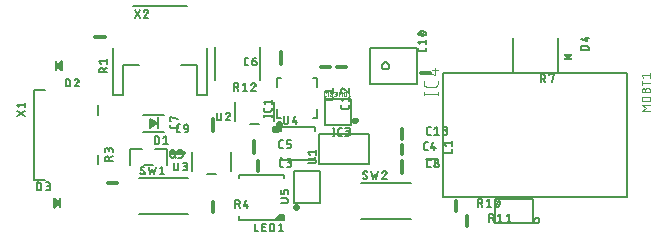
<source format=gbr>
G04 EAGLE Gerber RS-274X export*
G75*
%MOMM*%
%FSLAX34Y34*%
%LPD*%
%INSilkscreen Top*%
%IPPOS*%
%AMOC8*
5,1,8,0,0,1.08239X$1,22.5*%
G01*
%ADD10C,0.203200*%
%ADD11C,0.152400*%
%ADD12R,0.190500X0.889000*%
%ADD13C,0.127000*%
%ADD14R,0.200000X1.000000*%
%ADD15R,0.762000X0.127000*%
%ADD16C,0.050800*%
%ADD17C,0.304800*%
%ADD18C,0.406400*%
%ADD19C,0.101600*%
%ADD20C,0.300000*%

G36*
X18345Y51822D02*
X18345Y51822D01*
X18363Y51820D01*
X18465Y51848D01*
X18568Y51870D01*
X18583Y51879D01*
X18600Y51884D01*
X18745Y51969D01*
X23825Y55779D01*
X23828Y55782D01*
X23832Y55784D01*
X23913Y55871D01*
X23995Y55956D01*
X23997Y55960D01*
X24000Y55963D01*
X24050Y56072D01*
X24100Y56179D01*
X24100Y56183D01*
X24102Y56187D01*
X24115Y56305D01*
X24128Y56423D01*
X24128Y56427D01*
X24128Y56432D01*
X24102Y56548D01*
X24078Y56664D01*
X24075Y56668D01*
X24074Y56672D01*
X24013Y56774D01*
X23953Y56876D01*
X23949Y56879D01*
X23947Y56882D01*
X23825Y56997D01*
X18745Y60807D01*
X18729Y60815D01*
X18716Y60828D01*
X18701Y60835D01*
X18693Y60841D01*
X18643Y60861D01*
X18620Y60872D01*
X18527Y60921D01*
X18509Y60924D01*
X18493Y60931D01*
X18388Y60943D01*
X18284Y60959D01*
X18266Y60956D01*
X18249Y60958D01*
X18146Y60936D01*
X18041Y60918D01*
X18026Y60910D01*
X18008Y60906D01*
X17918Y60852D01*
X17825Y60802D01*
X17812Y60789D01*
X17797Y60780D01*
X17728Y60700D01*
X17656Y60623D01*
X17649Y60606D01*
X17637Y60593D01*
X17598Y60495D01*
X17554Y60399D01*
X17552Y60381D01*
X17545Y60365D01*
X17527Y60198D01*
X17527Y52578D01*
X17530Y52560D01*
X17528Y52543D01*
X17549Y52439D01*
X17567Y52335D01*
X17575Y52320D01*
X17579Y52302D01*
X17632Y52211D01*
X17682Y52118D01*
X17694Y52106D01*
X17704Y52090D01*
X17783Y52021D01*
X17860Y51949D01*
X17876Y51941D01*
X17890Y51929D01*
X17987Y51889D01*
X18083Y51845D01*
X18101Y51843D01*
X18117Y51836D01*
X18223Y51829D01*
X18327Y51818D01*
X18345Y51822D01*
G37*
G36*
X24787Y168152D02*
X24787Y168152D01*
X24804Y168150D01*
X24907Y168172D01*
X25012Y168190D01*
X25027Y168198D01*
X25045Y168202D01*
X25135Y168256D01*
X25229Y168306D01*
X25241Y168319D01*
X25256Y168328D01*
X25325Y168408D01*
X25397Y168485D01*
X25404Y168502D01*
X25416Y168515D01*
X25455Y168613D01*
X25499Y168709D01*
X25501Y168727D01*
X25508Y168743D01*
X25526Y168910D01*
X25526Y176530D01*
X25524Y176547D01*
X25525Y176562D01*
X25525Y176565D01*
X25504Y176669D01*
X25487Y176773D01*
X25478Y176788D01*
X25475Y176806D01*
X25421Y176897D01*
X25371Y176990D01*
X25359Y177002D01*
X25350Y177018D01*
X25270Y177087D01*
X25193Y177160D01*
X25177Y177167D01*
X25163Y177179D01*
X25066Y177219D01*
X24970Y177263D01*
X24952Y177265D01*
X24936Y177272D01*
X24830Y177279D01*
X24726Y177290D01*
X24708Y177286D01*
X24690Y177288D01*
X24588Y177260D01*
X24515Y177244D01*
X24512Y177244D01*
X24485Y177238D01*
X24470Y177229D01*
X24453Y177224D01*
X24308Y177139D01*
X19228Y173329D01*
X19225Y173326D01*
X19222Y173324D01*
X19140Y173237D01*
X19058Y173152D01*
X19056Y173148D01*
X19053Y173145D01*
X19003Y173036D01*
X18953Y172929D01*
X18953Y172925D01*
X18951Y172921D01*
X18938Y172803D01*
X18925Y172685D01*
X18925Y172681D01*
X18925Y172676D01*
X18951Y172560D01*
X18976Y172444D01*
X18978Y172440D01*
X18979Y172436D01*
X19040Y172334D01*
X19101Y172232D01*
X19104Y172229D01*
X19106Y172226D01*
X19228Y172111D01*
X24308Y168301D01*
X24324Y168293D01*
X24337Y168281D01*
X24433Y168236D01*
X24526Y168187D01*
X24544Y168184D01*
X24560Y168177D01*
X24665Y168165D01*
X24769Y168149D01*
X24787Y168152D01*
G37*
G36*
X212983Y41779D02*
X212983Y41779D01*
X213049Y41781D01*
X213092Y41799D01*
X213139Y41807D01*
X213196Y41841D01*
X213256Y41866D01*
X213291Y41897D01*
X213332Y41922D01*
X213374Y41973D01*
X213422Y42017D01*
X213444Y42059D01*
X213473Y42096D01*
X213494Y42158D01*
X213525Y42217D01*
X213533Y42271D01*
X213545Y42308D01*
X213544Y42348D01*
X213552Y42402D01*
X213552Y46212D01*
X213541Y46277D01*
X213539Y46343D01*
X213521Y46386D01*
X213513Y46433D01*
X213479Y46490D01*
X213454Y46550D01*
X213423Y46585D01*
X213398Y46626D01*
X213347Y46668D01*
X213303Y46716D01*
X213261Y46738D01*
X213224Y46767D01*
X213162Y46788D01*
X213103Y46819D01*
X213049Y46827D01*
X213012Y46839D01*
X212972Y46838D01*
X212918Y46846D01*
X209108Y46846D01*
X209066Y46839D01*
X209024Y46841D01*
X208957Y46819D01*
X208887Y46807D01*
X208851Y46785D01*
X208810Y46772D01*
X208737Y46718D01*
X208694Y46692D01*
X208691Y46689D01*
X208689Y46688D01*
X208679Y46675D01*
X208660Y46660D01*
X204850Y42850D01*
X204799Y42777D01*
X204743Y42708D01*
X204735Y42686D01*
X204721Y42666D01*
X204699Y42580D01*
X204671Y42496D01*
X204671Y42472D01*
X204666Y42449D01*
X204675Y42360D01*
X204677Y42271D01*
X204686Y42249D01*
X204689Y42226D01*
X204728Y42146D01*
X204762Y42064D01*
X204778Y42046D01*
X204788Y42025D01*
X204853Y41964D01*
X204913Y41898D01*
X204934Y41887D01*
X204951Y41871D01*
X205033Y41836D01*
X205113Y41795D01*
X205139Y41792D01*
X205158Y41783D01*
X205208Y41781D01*
X205298Y41768D01*
X212918Y41768D01*
X212983Y41779D01*
G37*
G36*
X100661Y120945D02*
X100661Y120945D01*
X100732Y120943D01*
X100802Y120962D01*
X100873Y120970D01*
X100928Y120995D01*
X101007Y121015D01*
X101110Y121076D01*
X101179Y121107D01*
X104179Y123107D01*
X104266Y123184D01*
X104356Y123257D01*
X104371Y123279D01*
X104391Y123297D01*
X104453Y123394D01*
X104520Y123489D01*
X104528Y123515D01*
X104543Y123537D01*
X104575Y123648D01*
X104613Y123758D01*
X104614Y123785D01*
X104621Y123810D01*
X104621Y123926D01*
X104627Y124042D01*
X104621Y124068D01*
X104621Y124095D01*
X104589Y124206D01*
X104563Y124319D01*
X104550Y124342D01*
X104542Y124368D01*
X104480Y124466D01*
X104424Y124567D01*
X104406Y124583D01*
X104391Y124608D01*
X104183Y124793D01*
X104179Y124797D01*
X101179Y126797D01*
X101115Y126828D01*
X101055Y126868D01*
X100987Y126889D01*
X100923Y126920D01*
X100852Y126932D01*
X100784Y126953D01*
X100713Y126955D01*
X100643Y126967D01*
X100571Y126959D01*
X100500Y126961D01*
X100431Y126943D01*
X100360Y126934D01*
X100294Y126907D01*
X100225Y126889D01*
X100164Y126852D01*
X100098Y126825D01*
X100042Y126780D01*
X99980Y126744D01*
X99931Y126692D01*
X99876Y126647D01*
X99835Y126589D01*
X99786Y126536D01*
X99753Y126473D01*
X99712Y126415D01*
X99689Y126347D01*
X99656Y126283D01*
X99646Y126224D01*
X99619Y126146D01*
X99613Y126027D01*
X99601Y125952D01*
X99601Y121952D01*
X99611Y121881D01*
X99611Y121809D01*
X99631Y121741D01*
X99641Y121671D01*
X99670Y121605D01*
X99690Y121536D01*
X99728Y121476D01*
X99757Y121411D01*
X99803Y121356D01*
X99841Y121296D01*
X99895Y121248D01*
X99941Y121194D01*
X100000Y121154D01*
X100054Y121107D01*
X100118Y121076D01*
X100177Y121037D01*
X100246Y121015D01*
X100310Y120984D01*
X100380Y120972D01*
X100448Y120951D01*
X100520Y120949D01*
X100591Y120937D01*
X100661Y120945D01*
G37*
G36*
X453429Y178186D02*
X453429Y178186D01*
X453449Y178184D01*
X453550Y178209D01*
X453652Y178228D01*
X453669Y178238D01*
X453688Y178242D01*
X453776Y178298D01*
X453866Y178349D01*
X453883Y178366D01*
X453896Y178374D01*
X453916Y178399D01*
X453984Y178467D01*
X456524Y181642D01*
X456539Y181668D01*
X456560Y181690D01*
X456599Y181775D01*
X456645Y181857D01*
X456651Y181886D01*
X456663Y181913D01*
X456673Y182006D01*
X456691Y182098D01*
X456687Y182128D01*
X456690Y182157D01*
X456670Y182249D01*
X456658Y182342D01*
X456644Y182369D01*
X456638Y182398D01*
X456590Y182478D01*
X456548Y182562D01*
X456527Y182583D01*
X456512Y182609D01*
X456440Y182670D01*
X456374Y182736D01*
X456348Y182749D01*
X456325Y182769D01*
X456238Y182804D01*
X456154Y182846D01*
X456124Y182850D01*
X456097Y182861D01*
X455930Y182879D01*
X450850Y182879D01*
X450821Y182874D01*
X450791Y182877D01*
X450700Y182855D01*
X450607Y182840D01*
X450581Y182826D01*
X450552Y182819D01*
X450473Y182768D01*
X450390Y182724D01*
X450369Y182703D01*
X450344Y182687D01*
X450285Y182614D01*
X450221Y182546D01*
X450208Y182519D01*
X450189Y182496D01*
X450156Y182408D01*
X450117Y182323D01*
X450114Y182293D01*
X450103Y182266D01*
X450100Y182172D01*
X450090Y182079D01*
X450096Y182049D01*
X450095Y182020D01*
X450122Y181930D01*
X450142Y181838D01*
X450157Y181813D01*
X450166Y181784D01*
X450256Y181642D01*
X452796Y178467D01*
X452873Y178398D01*
X452946Y178325D01*
X452964Y178316D01*
X452978Y178303D01*
X453074Y178261D01*
X453166Y178215D01*
X453186Y178213D01*
X453204Y178205D01*
X453307Y178196D01*
X453410Y178182D01*
X453429Y178186D01*
G37*
D10*
X89998Y77484D02*
X131998Y77484D01*
X131998Y46976D02*
X89998Y46976D01*
D11*
X93641Y80772D02*
X93715Y80774D01*
X93789Y80780D01*
X93863Y80789D01*
X93936Y80802D01*
X94009Y80819D01*
X94080Y80839D01*
X94151Y80863D01*
X94220Y80891D01*
X94287Y80922D01*
X94353Y80956D01*
X94418Y80994D01*
X94480Y81035D01*
X94540Y81079D01*
X94597Y81126D01*
X94652Y81176D01*
X94705Y81229D01*
X94755Y81284D01*
X94802Y81341D01*
X94846Y81401D01*
X94887Y81463D01*
X94925Y81528D01*
X94959Y81593D01*
X94990Y81661D01*
X95018Y81730D01*
X95042Y81801D01*
X95062Y81872D01*
X95079Y81944D01*
X95092Y82018D01*
X95101Y82091D01*
X95107Y82166D01*
X95109Y82240D01*
X93641Y80772D02*
X93530Y80774D01*
X93419Y80780D01*
X93308Y80790D01*
X93197Y80804D01*
X93088Y80822D01*
X92979Y80844D01*
X92870Y80869D01*
X92763Y80899D01*
X92657Y80932D01*
X92552Y80970D01*
X92449Y81010D01*
X92347Y81055D01*
X92247Y81103D01*
X92148Y81155D01*
X92052Y81210D01*
X91957Y81269D01*
X91865Y81331D01*
X91775Y81397D01*
X91687Y81465D01*
X91602Y81537D01*
X91520Y81612D01*
X91440Y81689D01*
X91623Y85908D02*
X91625Y85982D01*
X91631Y86057D01*
X91640Y86130D01*
X91653Y86204D01*
X91670Y86276D01*
X91690Y86347D01*
X91714Y86418D01*
X91742Y86487D01*
X91773Y86554D01*
X91807Y86620D01*
X91845Y86685D01*
X91886Y86747D01*
X91930Y86807D01*
X91977Y86864D01*
X92027Y86919D01*
X92080Y86972D01*
X92135Y87022D01*
X92192Y87069D01*
X92252Y87113D01*
X92314Y87154D01*
X92379Y87192D01*
X92445Y87226D01*
X92512Y87257D01*
X92581Y87285D01*
X92652Y87309D01*
X92723Y87329D01*
X92795Y87346D01*
X92869Y87359D01*
X92942Y87368D01*
X93017Y87374D01*
X93091Y87376D01*
X93195Y87374D01*
X93299Y87368D01*
X93403Y87358D01*
X93506Y87345D01*
X93609Y87327D01*
X93711Y87305D01*
X93812Y87280D01*
X93912Y87251D01*
X94011Y87218D01*
X94108Y87181D01*
X94204Y87141D01*
X94299Y87097D01*
X94391Y87049D01*
X94482Y86999D01*
X94571Y86944D01*
X94658Y86887D01*
X94742Y86826D01*
X92357Y84623D02*
X92294Y84662D01*
X92234Y84704D01*
X92176Y84749D01*
X92119Y84797D01*
X92066Y84848D01*
X92015Y84901D01*
X91966Y84956D01*
X91921Y85014D01*
X91878Y85074D01*
X91838Y85136D01*
X91802Y85200D01*
X91768Y85266D01*
X91738Y85334D01*
X91711Y85402D01*
X91688Y85472D01*
X91668Y85543D01*
X91652Y85615D01*
X91639Y85688D01*
X91630Y85761D01*
X91625Y85834D01*
X91623Y85908D01*
X94375Y83525D02*
X94438Y83486D01*
X94498Y83444D01*
X94557Y83399D01*
X94613Y83351D01*
X94666Y83300D01*
X94717Y83247D01*
X94766Y83192D01*
X94811Y83134D01*
X94854Y83074D01*
X94894Y83012D01*
X94930Y82948D01*
X94964Y82882D01*
X94994Y82814D01*
X95021Y82746D01*
X95044Y82676D01*
X95064Y82605D01*
X95080Y82533D01*
X95093Y82460D01*
X95102Y82387D01*
X95107Y82314D01*
X95109Y82240D01*
X94375Y83524D02*
X92357Y84624D01*
X98386Y87376D02*
X99854Y80772D01*
X101321Y85175D01*
X102789Y80772D01*
X104256Y87376D01*
X107777Y85908D02*
X109612Y87376D01*
X109612Y80772D01*
X111446Y80772D02*
X107777Y80772D01*
D10*
X167884Y83440D02*
X167884Y99440D01*
X134884Y99440D02*
X134884Y83440D01*
X147384Y80940D02*
X155384Y80940D01*
D11*
X119614Y85908D02*
X119614Y90678D01*
X119615Y85908D02*
X119617Y85823D01*
X119623Y85739D01*
X119633Y85655D01*
X119646Y85571D01*
X119664Y85488D01*
X119685Y85406D01*
X119710Y85325D01*
X119739Y85245D01*
X119771Y85167D01*
X119807Y85091D01*
X119847Y85016D01*
X119890Y84943D01*
X119936Y84872D01*
X119985Y84803D01*
X120038Y84736D01*
X120094Y84672D01*
X120152Y84611D01*
X120213Y84553D01*
X120277Y84497D01*
X120344Y84444D01*
X120413Y84395D01*
X120484Y84349D01*
X120557Y84306D01*
X120632Y84266D01*
X120708Y84230D01*
X120786Y84198D01*
X120866Y84169D01*
X120947Y84144D01*
X121029Y84123D01*
X121112Y84105D01*
X121196Y84092D01*
X121280Y84082D01*
X121364Y84076D01*
X121449Y84074D01*
X121534Y84076D01*
X121618Y84082D01*
X121702Y84092D01*
X121786Y84105D01*
X121869Y84123D01*
X121951Y84144D01*
X122032Y84169D01*
X122112Y84198D01*
X122190Y84230D01*
X122266Y84266D01*
X122341Y84306D01*
X122414Y84349D01*
X122485Y84395D01*
X122554Y84444D01*
X122621Y84497D01*
X122685Y84553D01*
X122746Y84611D01*
X122804Y84672D01*
X122860Y84736D01*
X122913Y84803D01*
X122962Y84872D01*
X123008Y84943D01*
X123051Y85016D01*
X123091Y85091D01*
X123127Y85167D01*
X123159Y85245D01*
X123188Y85325D01*
X123213Y85406D01*
X123234Y85488D01*
X123252Y85571D01*
X123265Y85655D01*
X123275Y85739D01*
X123281Y85823D01*
X123283Y85908D01*
X123283Y90678D01*
X127173Y84074D02*
X129008Y84074D01*
X129093Y84076D01*
X129177Y84082D01*
X129261Y84092D01*
X129345Y84105D01*
X129428Y84123D01*
X129510Y84144D01*
X129591Y84169D01*
X129671Y84198D01*
X129749Y84230D01*
X129825Y84266D01*
X129900Y84306D01*
X129973Y84349D01*
X130044Y84395D01*
X130113Y84444D01*
X130180Y84497D01*
X130244Y84553D01*
X130305Y84611D01*
X130363Y84672D01*
X130419Y84736D01*
X130472Y84803D01*
X130521Y84872D01*
X130567Y84943D01*
X130610Y85016D01*
X130650Y85091D01*
X130686Y85167D01*
X130718Y85245D01*
X130747Y85325D01*
X130772Y85406D01*
X130793Y85488D01*
X130811Y85571D01*
X130824Y85655D01*
X130834Y85739D01*
X130840Y85823D01*
X130842Y85908D01*
X130840Y85993D01*
X130834Y86077D01*
X130824Y86161D01*
X130811Y86245D01*
X130793Y86328D01*
X130772Y86410D01*
X130747Y86491D01*
X130718Y86571D01*
X130686Y86649D01*
X130650Y86725D01*
X130610Y86800D01*
X130567Y86873D01*
X130521Y86944D01*
X130472Y87013D01*
X130419Y87080D01*
X130363Y87144D01*
X130305Y87205D01*
X130244Y87263D01*
X130180Y87319D01*
X130113Y87372D01*
X130044Y87421D01*
X129973Y87467D01*
X129900Y87510D01*
X129825Y87550D01*
X129749Y87586D01*
X129671Y87618D01*
X129591Y87647D01*
X129510Y87672D01*
X129428Y87693D01*
X129345Y87711D01*
X129261Y87724D01*
X129177Y87734D01*
X129093Y87740D01*
X129008Y87742D01*
X129374Y90678D02*
X127173Y90678D01*
X129374Y90678D02*
X129450Y90676D01*
X129525Y90670D01*
X129600Y90661D01*
X129674Y90647D01*
X129748Y90630D01*
X129820Y90608D01*
X129892Y90584D01*
X129962Y90555D01*
X130030Y90523D01*
X130097Y90488D01*
X130162Y90449D01*
X130225Y90406D01*
X130285Y90361D01*
X130343Y90313D01*
X130399Y90261D01*
X130451Y90207D01*
X130501Y90150D01*
X130548Y90091D01*
X130592Y90030D01*
X130633Y89966D01*
X130670Y89900D01*
X130704Y89832D01*
X130734Y89763D01*
X130761Y89692D01*
X130784Y89620D01*
X130803Y89547D01*
X130818Y89473D01*
X130830Y89398D01*
X130838Y89323D01*
X130842Y89248D01*
X130842Y89172D01*
X130838Y89097D01*
X130830Y89022D01*
X130818Y88947D01*
X130803Y88873D01*
X130784Y88800D01*
X130761Y88728D01*
X130734Y88657D01*
X130704Y88588D01*
X130670Y88520D01*
X130633Y88454D01*
X130592Y88390D01*
X130548Y88329D01*
X130501Y88270D01*
X130451Y88213D01*
X130399Y88159D01*
X130343Y88107D01*
X130285Y88059D01*
X130225Y88014D01*
X130162Y87971D01*
X130097Y87932D01*
X130030Y87897D01*
X129962Y87865D01*
X129892Y87836D01*
X129820Y87812D01*
X129748Y87790D01*
X129674Y87773D01*
X129600Y87759D01*
X129525Y87750D01*
X129450Y87744D01*
X129374Y87742D01*
X129374Y87743D02*
X127907Y87743D01*
D12*
X23186Y56388D03*
D11*
X3810Y67310D02*
X3810Y73914D01*
X5644Y73914D01*
X5729Y73912D01*
X5813Y73906D01*
X5897Y73896D01*
X5981Y73883D01*
X6064Y73865D01*
X6146Y73844D01*
X6227Y73819D01*
X6307Y73790D01*
X6385Y73758D01*
X6461Y73722D01*
X6536Y73682D01*
X6609Y73639D01*
X6680Y73593D01*
X6749Y73544D01*
X6816Y73491D01*
X6880Y73435D01*
X6941Y73377D01*
X6999Y73316D01*
X7055Y73252D01*
X7108Y73185D01*
X7157Y73116D01*
X7203Y73045D01*
X7246Y72972D01*
X7286Y72897D01*
X7322Y72821D01*
X7354Y72743D01*
X7383Y72663D01*
X7408Y72582D01*
X7429Y72500D01*
X7447Y72417D01*
X7460Y72333D01*
X7470Y72249D01*
X7476Y72165D01*
X7478Y72080D01*
X7479Y72080D02*
X7479Y69144D01*
X7478Y69144D02*
X7476Y69059D01*
X7470Y68975D01*
X7460Y68891D01*
X7447Y68807D01*
X7429Y68724D01*
X7408Y68642D01*
X7383Y68561D01*
X7354Y68481D01*
X7322Y68403D01*
X7286Y68327D01*
X7246Y68252D01*
X7203Y68179D01*
X7157Y68108D01*
X7108Y68039D01*
X7055Y67972D01*
X6999Y67908D01*
X6941Y67847D01*
X6880Y67789D01*
X6816Y67733D01*
X6749Y67680D01*
X6680Y67631D01*
X6609Y67585D01*
X6536Y67542D01*
X6461Y67502D01*
X6385Y67466D01*
X6307Y67434D01*
X6227Y67405D01*
X6146Y67380D01*
X6064Y67359D01*
X5981Y67341D01*
X5897Y67328D01*
X5813Y67318D01*
X5729Y67312D01*
X5644Y67310D01*
X3810Y67310D01*
X11369Y67310D02*
X13203Y67310D01*
X13288Y67312D01*
X13372Y67318D01*
X13456Y67328D01*
X13540Y67341D01*
X13623Y67359D01*
X13705Y67380D01*
X13786Y67405D01*
X13866Y67434D01*
X13944Y67466D01*
X14020Y67502D01*
X14095Y67542D01*
X14168Y67585D01*
X14239Y67631D01*
X14308Y67680D01*
X14375Y67733D01*
X14439Y67789D01*
X14500Y67847D01*
X14558Y67908D01*
X14614Y67972D01*
X14667Y68039D01*
X14716Y68108D01*
X14762Y68179D01*
X14805Y68252D01*
X14845Y68327D01*
X14881Y68403D01*
X14913Y68481D01*
X14942Y68561D01*
X14967Y68642D01*
X14988Y68724D01*
X15006Y68807D01*
X15019Y68891D01*
X15029Y68975D01*
X15035Y69059D01*
X15037Y69144D01*
X15035Y69229D01*
X15029Y69313D01*
X15019Y69397D01*
X15006Y69481D01*
X14988Y69564D01*
X14967Y69646D01*
X14942Y69727D01*
X14913Y69807D01*
X14881Y69885D01*
X14845Y69961D01*
X14805Y70036D01*
X14762Y70109D01*
X14716Y70180D01*
X14667Y70249D01*
X14614Y70316D01*
X14558Y70380D01*
X14500Y70441D01*
X14439Y70499D01*
X14375Y70555D01*
X14308Y70608D01*
X14239Y70657D01*
X14168Y70703D01*
X14095Y70746D01*
X14020Y70786D01*
X13944Y70822D01*
X13866Y70854D01*
X13786Y70883D01*
X13705Y70908D01*
X13623Y70929D01*
X13540Y70947D01*
X13456Y70960D01*
X13372Y70970D01*
X13288Y70976D01*
X13203Y70978D01*
X13570Y73914D02*
X11369Y73914D01*
X13570Y73914D02*
X13646Y73912D01*
X13721Y73906D01*
X13796Y73897D01*
X13870Y73883D01*
X13944Y73866D01*
X14016Y73844D01*
X14088Y73820D01*
X14158Y73791D01*
X14226Y73759D01*
X14293Y73724D01*
X14358Y73685D01*
X14421Y73642D01*
X14481Y73597D01*
X14539Y73549D01*
X14595Y73497D01*
X14647Y73443D01*
X14697Y73386D01*
X14744Y73327D01*
X14788Y73266D01*
X14829Y73202D01*
X14866Y73136D01*
X14900Y73068D01*
X14930Y72999D01*
X14957Y72928D01*
X14980Y72856D01*
X14999Y72783D01*
X15014Y72709D01*
X15026Y72634D01*
X15034Y72559D01*
X15038Y72484D01*
X15038Y72408D01*
X15034Y72333D01*
X15026Y72258D01*
X15014Y72183D01*
X14999Y72109D01*
X14980Y72036D01*
X14957Y71964D01*
X14930Y71893D01*
X14900Y71824D01*
X14866Y71756D01*
X14829Y71690D01*
X14788Y71626D01*
X14744Y71565D01*
X14697Y71506D01*
X14647Y71449D01*
X14595Y71395D01*
X14539Y71343D01*
X14481Y71295D01*
X14421Y71250D01*
X14358Y71207D01*
X14293Y71168D01*
X14226Y71133D01*
X14158Y71101D01*
X14088Y71072D01*
X14016Y71048D01*
X13944Y71026D01*
X13870Y71009D01*
X13796Y70995D01*
X13721Y70986D01*
X13646Y70980D01*
X13570Y70978D01*
X13570Y70979D02*
X12103Y70979D01*
D10*
X204333Y125858D02*
X204333Y141858D01*
X171333Y141858D02*
X171333Y125858D01*
X183833Y123358D02*
X191833Y123358D01*
D11*
X156063Y128326D02*
X156063Y133096D01*
X156064Y128326D02*
X156066Y128241D01*
X156072Y128157D01*
X156082Y128073D01*
X156095Y127989D01*
X156113Y127906D01*
X156134Y127824D01*
X156159Y127743D01*
X156188Y127663D01*
X156220Y127585D01*
X156256Y127509D01*
X156296Y127434D01*
X156339Y127361D01*
X156385Y127290D01*
X156434Y127221D01*
X156487Y127154D01*
X156543Y127090D01*
X156601Y127029D01*
X156662Y126971D01*
X156726Y126915D01*
X156793Y126862D01*
X156862Y126813D01*
X156933Y126767D01*
X157006Y126724D01*
X157081Y126684D01*
X157157Y126648D01*
X157235Y126616D01*
X157315Y126587D01*
X157396Y126562D01*
X157478Y126541D01*
X157561Y126523D01*
X157645Y126510D01*
X157729Y126500D01*
X157813Y126494D01*
X157898Y126492D01*
X157983Y126494D01*
X158067Y126500D01*
X158151Y126510D01*
X158235Y126523D01*
X158318Y126541D01*
X158400Y126562D01*
X158481Y126587D01*
X158561Y126616D01*
X158639Y126648D01*
X158715Y126684D01*
X158790Y126724D01*
X158863Y126767D01*
X158934Y126813D01*
X159003Y126862D01*
X159070Y126915D01*
X159134Y126971D01*
X159195Y127029D01*
X159253Y127090D01*
X159309Y127154D01*
X159362Y127221D01*
X159411Y127290D01*
X159457Y127361D01*
X159500Y127434D01*
X159540Y127509D01*
X159576Y127585D01*
X159608Y127663D01*
X159637Y127743D01*
X159662Y127824D01*
X159683Y127906D01*
X159701Y127989D01*
X159714Y128073D01*
X159724Y128157D01*
X159730Y128241D01*
X159732Y128326D01*
X159732Y133096D01*
X165640Y133096D02*
X165719Y133094D01*
X165797Y133089D01*
X165875Y133079D01*
X165952Y133066D01*
X166029Y133049D01*
X166105Y133029D01*
X166180Y133005D01*
X166254Y132978D01*
X166326Y132947D01*
X166397Y132912D01*
X166466Y132875D01*
X166533Y132834D01*
X166598Y132790D01*
X166661Y132743D01*
X166721Y132693D01*
X166779Y132640D01*
X166835Y132584D01*
X166888Y132526D01*
X166938Y132466D01*
X166985Y132403D01*
X167029Y132338D01*
X167070Y132271D01*
X167107Y132202D01*
X167142Y132131D01*
X167173Y132059D01*
X167200Y131985D01*
X167224Y131910D01*
X167244Y131834D01*
X167261Y131757D01*
X167274Y131680D01*
X167284Y131602D01*
X167289Y131524D01*
X167291Y131445D01*
X165640Y133096D02*
X165551Y133094D01*
X165462Y133089D01*
X165374Y133079D01*
X165286Y133066D01*
X165199Y133050D01*
X165112Y133029D01*
X165027Y133005D01*
X164942Y132978D01*
X164859Y132947D01*
X164777Y132912D01*
X164696Y132874D01*
X164617Y132833D01*
X164541Y132789D01*
X164465Y132741D01*
X164392Y132690D01*
X164322Y132637D01*
X164253Y132580D01*
X164187Y132520D01*
X164124Y132458D01*
X164063Y132393D01*
X164005Y132326D01*
X163950Y132256D01*
X163897Y132184D01*
X163848Y132110D01*
X163802Y132034D01*
X163760Y131956D01*
X163720Y131876D01*
X163684Y131795D01*
X163651Y131712D01*
X163622Y131628D01*
X166741Y130161D02*
X166797Y130217D01*
X166851Y130276D01*
X166902Y130337D01*
X166951Y130401D01*
X166996Y130466D01*
X167039Y130534D01*
X167078Y130603D01*
X167115Y130674D01*
X167148Y130747D01*
X167177Y130821D01*
X167204Y130896D01*
X167227Y130972D01*
X167246Y131050D01*
X167262Y131128D01*
X167275Y131206D01*
X167284Y131286D01*
X167289Y131365D01*
X167291Y131445D01*
X166741Y130161D02*
X163622Y126492D01*
X167291Y126492D01*
D13*
X55450Y131300D02*
X55450Y139300D01*
X55450Y97300D02*
X55450Y89300D01*
X10450Y152300D02*
X1450Y152300D01*
X1450Y76300D01*
X10450Y76300D01*
D11*
X-6704Y129967D02*
X-13308Y134370D01*
X-13308Y129967D02*
X-6704Y134370D01*
X-11840Y137649D02*
X-13308Y139484D01*
X-6704Y139484D01*
X-6704Y141318D02*
X-6704Y137649D01*
D10*
X93886Y116952D02*
X111346Y116952D01*
X111346Y130952D02*
X93886Y130952D01*
X99616Y119952D02*
X105616Y123952D01*
X99616Y119952D02*
X99616Y127952D01*
X105616Y123952D01*
D14*
X106616Y123952D03*
D11*
X103326Y113030D02*
X103326Y106426D01*
X103326Y113030D02*
X105161Y113030D01*
X105246Y113028D01*
X105330Y113022D01*
X105414Y113012D01*
X105498Y112999D01*
X105581Y112981D01*
X105663Y112960D01*
X105744Y112935D01*
X105824Y112906D01*
X105902Y112874D01*
X105978Y112838D01*
X106053Y112798D01*
X106126Y112755D01*
X106197Y112709D01*
X106266Y112660D01*
X106333Y112607D01*
X106397Y112551D01*
X106458Y112493D01*
X106516Y112432D01*
X106572Y112368D01*
X106625Y112301D01*
X106674Y112232D01*
X106720Y112161D01*
X106763Y112088D01*
X106803Y112013D01*
X106839Y111937D01*
X106871Y111859D01*
X106900Y111779D01*
X106925Y111698D01*
X106946Y111616D01*
X106964Y111533D01*
X106977Y111449D01*
X106987Y111365D01*
X106993Y111281D01*
X106995Y111196D01*
X106995Y108260D01*
X106993Y108175D01*
X106987Y108091D01*
X106977Y108007D01*
X106964Y107923D01*
X106946Y107840D01*
X106925Y107758D01*
X106900Y107677D01*
X106871Y107597D01*
X106839Y107519D01*
X106803Y107443D01*
X106763Y107368D01*
X106720Y107295D01*
X106674Y107224D01*
X106625Y107155D01*
X106572Y107088D01*
X106516Y107024D01*
X106458Y106963D01*
X106397Y106905D01*
X106333Y106849D01*
X106266Y106796D01*
X106197Y106747D01*
X106126Y106701D01*
X106053Y106658D01*
X105978Y106618D01*
X105902Y106582D01*
X105824Y106550D01*
X105744Y106521D01*
X105663Y106496D01*
X105581Y106475D01*
X105498Y106457D01*
X105414Y106444D01*
X105330Y106434D01*
X105246Y106428D01*
X105161Y106426D01*
X103326Y106426D01*
X110885Y111562D02*
X112720Y113030D01*
X112720Y106426D01*
X114554Y106426D02*
X110885Y106426D01*
D10*
X82447Y102108D02*
X82447Y88980D01*
X82447Y102108D02*
X92535Y102108D01*
X113895Y102108D02*
X113895Y88980D01*
X113895Y102108D02*
X103807Y102108D01*
X101895Y88900D02*
X94307Y88900D01*
D11*
X116713Y96830D02*
X116713Y99766D01*
X116715Y99851D01*
X116721Y99935D01*
X116731Y100019D01*
X116744Y100103D01*
X116762Y100186D01*
X116783Y100268D01*
X116808Y100349D01*
X116837Y100429D01*
X116869Y100507D01*
X116905Y100583D01*
X116945Y100658D01*
X116988Y100731D01*
X117034Y100802D01*
X117083Y100871D01*
X117136Y100938D01*
X117192Y101002D01*
X117250Y101063D01*
X117311Y101121D01*
X117375Y101177D01*
X117442Y101230D01*
X117511Y101279D01*
X117582Y101325D01*
X117655Y101368D01*
X117730Y101408D01*
X117806Y101444D01*
X117884Y101476D01*
X117964Y101505D01*
X118045Y101530D01*
X118127Y101551D01*
X118210Y101569D01*
X118294Y101582D01*
X118378Y101592D01*
X118462Y101598D01*
X118547Y101600D01*
X118632Y101598D01*
X118716Y101592D01*
X118800Y101582D01*
X118884Y101569D01*
X118967Y101551D01*
X119049Y101530D01*
X119130Y101505D01*
X119210Y101476D01*
X119288Y101444D01*
X119364Y101408D01*
X119439Y101368D01*
X119512Y101325D01*
X119583Y101279D01*
X119652Y101230D01*
X119719Y101177D01*
X119783Y101121D01*
X119844Y101063D01*
X119902Y101002D01*
X119958Y100938D01*
X120011Y100871D01*
X120060Y100802D01*
X120106Y100731D01*
X120149Y100658D01*
X120189Y100583D01*
X120225Y100507D01*
X120257Y100429D01*
X120286Y100349D01*
X120311Y100268D01*
X120332Y100186D01*
X120350Y100103D01*
X120363Y100019D01*
X120373Y99935D01*
X120379Y99851D01*
X120381Y99766D01*
X120382Y99766D02*
X120382Y96830D01*
X120381Y96830D02*
X120379Y96745D01*
X120373Y96661D01*
X120363Y96577D01*
X120350Y96493D01*
X120332Y96410D01*
X120311Y96328D01*
X120286Y96247D01*
X120257Y96167D01*
X120225Y96089D01*
X120189Y96013D01*
X120149Y95938D01*
X120106Y95865D01*
X120060Y95794D01*
X120011Y95725D01*
X119958Y95658D01*
X119902Y95594D01*
X119844Y95533D01*
X119783Y95475D01*
X119719Y95419D01*
X119652Y95366D01*
X119583Y95317D01*
X119512Y95271D01*
X119439Y95228D01*
X119364Y95188D01*
X119288Y95152D01*
X119210Y95120D01*
X119130Y95091D01*
X119049Y95066D01*
X118967Y95045D01*
X118884Y95027D01*
X118800Y95014D01*
X118716Y95004D01*
X118632Y94998D01*
X118547Y94996D01*
X118462Y94998D01*
X118378Y95004D01*
X118294Y95014D01*
X118210Y95027D01*
X118127Y95045D01*
X118045Y95066D01*
X117964Y95091D01*
X117884Y95120D01*
X117806Y95152D01*
X117730Y95188D01*
X117655Y95228D01*
X117582Y95271D01*
X117511Y95317D01*
X117442Y95366D01*
X117375Y95419D01*
X117311Y95475D01*
X117250Y95533D01*
X117192Y95594D01*
X117136Y95658D01*
X117083Y95725D01*
X117034Y95794D01*
X116988Y95865D01*
X116945Y95938D01*
X116905Y96013D01*
X116869Y96089D01*
X116837Y96167D01*
X116808Y96247D01*
X116783Y96328D01*
X116762Y96410D01*
X116744Y96493D01*
X116731Y96577D01*
X116721Y96661D01*
X116715Y96745D01*
X116713Y96830D01*
X119648Y96464D02*
X121116Y94996D01*
X123558Y94996D02*
X125393Y94996D01*
X125478Y94998D01*
X125562Y95004D01*
X125646Y95014D01*
X125730Y95027D01*
X125813Y95045D01*
X125895Y95066D01*
X125976Y95091D01*
X126056Y95120D01*
X126134Y95152D01*
X126210Y95188D01*
X126285Y95228D01*
X126358Y95271D01*
X126429Y95317D01*
X126498Y95366D01*
X126565Y95419D01*
X126629Y95475D01*
X126690Y95533D01*
X126748Y95594D01*
X126804Y95658D01*
X126857Y95725D01*
X126906Y95794D01*
X126952Y95865D01*
X126995Y95938D01*
X127035Y96013D01*
X127071Y96089D01*
X127103Y96167D01*
X127132Y96247D01*
X127157Y96328D01*
X127178Y96410D01*
X127196Y96493D01*
X127209Y96577D01*
X127219Y96661D01*
X127225Y96745D01*
X127227Y96830D01*
X127225Y96915D01*
X127219Y96999D01*
X127209Y97083D01*
X127196Y97167D01*
X127178Y97250D01*
X127157Y97332D01*
X127132Y97413D01*
X127103Y97493D01*
X127071Y97571D01*
X127035Y97647D01*
X126995Y97722D01*
X126952Y97795D01*
X126906Y97866D01*
X126857Y97935D01*
X126804Y98002D01*
X126748Y98066D01*
X126690Y98127D01*
X126629Y98185D01*
X126565Y98241D01*
X126498Y98294D01*
X126429Y98343D01*
X126358Y98389D01*
X126285Y98432D01*
X126210Y98472D01*
X126134Y98508D01*
X126056Y98540D01*
X125976Y98569D01*
X125895Y98594D01*
X125813Y98615D01*
X125730Y98633D01*
X125646Y98646D01*
X125562Y98656D01*
X125478Y98662D01*
X125393Y98664D01*
X125760Y101600D02*
X123558Y101600D01*
X125760Y101600D02*
X125836Y101598D01*
X125911Y101592D01*
X125986Y101583D01*
X126060Y101569D01*
X126134Y101552D01*
X126206Y101530D01*
X126278Y101506D01*
X126348Y101477D01*
X126416Y101445D01*
X126483Y101410D01*
X126548Y101371D01*
X126611Y101328D01*
X126671Y101283D01*
X126729Y101235D01*
X126785Y101183D01*
X126837Y101129D01*
X126887Y101072D01*
X126934Y101013D01*
X126978Y100952D01*
X127019Y100888D01*
X127056Y100822D01*
X127090Y100754D01*
X127120Y100685D01*
X127147Y100614D01*
X127170Y100542D01*
X127189Y100469D01*
X127204Y100395D01*
X127216Y100320D01*
X127224Y100245D01*
X127228Y100170D01*
X127228Y100094D01*
X127224Y100019D01*
X127216Y99944D01*
X127204Y99869D01*
X127189Y99795D01*
X127170Y99722D01*
X127147Y99650D01*
X127120Y99579D01*
X127090Y99510D01*
X127056Y99442D01*
X127019Y99376D01*
X126978Y99312D01*
X126934Y99251D01*
X126887Y99192D01*
X126837Y99135D01*
X126785Y99081D01*
X126729Y99029D01*
X126671Y98981D01*
X126611Y98936D01*
X126548Y98893D01*
X126483Y98854D01*
X126416Y98819D01*
X126348Y98787D01*
X126278Y98758D01*
X126206Y98734D01*
X126134Y98712D01*
X126060Y98695D01*
X125986Y98681D01*
X125911Y98672D01*
X125836Y98666D01*
X125760Y98664D01*
X125760Y98665D02*
X124292Y98665D01*
D12*
X19868Y172720D03*
D11*
X28015Y161798D02*
X28015Y155194D01*
X28015Y161798D02*
X29850Y161798D01*
X29935Y161796D01*
X30019Y161790D01*
X30103Y161780D01*
X30187Y161767D01*
X30270Y161749D01*
X30352Y161728D01*
X30433Y161703D01*
X30513Y161674D01*
X30591Y161642D01*
X30667Y161606D01*
X30742Y161566D01*
X30815Y161523D01*
X30886Y161477D01*
X30955Y161428D01*
X31022Y161375D01*
X31086Y161319D01*
X31147Y161261D01*
X31205Y161200D01*
X31261Y161136D01*
X31314Y161069D01*
X31363Y161000D01*
X31409Y160929D01*
X31452Y160856D01*
X31492Y160781D01*
X31528Y160705D01*
X31560Y160627D01*
X31589Y160547D01*
X31614Y160466D01*
X31635Y160384D01*
X31653Y160301D01*
X31666Y160217D01*
X31676Y160133D01*
X31682Y160049D01*
X31684Y159964D01*
X31684Y157028D01*
X31682Y156943D01*
X31676Y156859D01*
X31666Y156775D01*
X31653Y156691D01*
X31635Y156608D01*
X31614Y156526D01*
X31589Y156445D01*
X31560Y156365D01*
X31528Y156287D01*
X31492Y156211D01*
X31452Y156136D01*
X31409Y156063D01*
X31363Y155992D01*
X31314Y155923D01*
X31261Y155856D01*
X31205Y155792D01*
X31147Y155731D01*
X31086Y155673D01*
X31022Y155617D01*
X30955Y155564D01*
X30886Y155515D01*
X30815Y155469D01*
X30742Y155426D01*
X30667Y155386D01*
X30591Y155350D01*
X30513Y155318D01*
X30433Y155289D01*
X30352Y155264D01*
X30270Y155243D01*
X30187Y155225D01*
X30103Y155212D01*
X30019Y155202D01*
X29935Y155196D01*
X29850Y155194D01*
X28015Y155194D01*
X37592Y161798D02*
X37671Y161796D01*
X37749Y161791D01*
X37827Y161781D01*
X37904Y161768D01*
X37981Y161751D01*
X38057Y161731D01*
X38132Y161707D01*
X38206Y161680D01*
X38278Y161649D01*
X38349Y161614D01*
X38418Y161577D01*
X38485Y161536D01*
X38550Y161492D01*
X38613Y161445D01*
X38673Y161395D01*
X38731Y161342D01*
X38787Y161286D01*
X38840Y161228D01*
X38890Y161168D01*
X38937Y161105D01*
X38981Y161040D01*
X39022Y160973D01*
X39059Y160904D01*
X39094Y160833D01*
X39125Y160761D01*
X39152Y160687D01*
X39176Y160612D01*
X39196Y160536D01*
X39213Y160459D01*
X39226Y160382D01*
X39236Y160304D01*
X39241Y160226D01*
X39243Y160147D01*
X37592Y161798D02*
X37503Y161796D01*
X37414Y161791D01*
X37326Y161781D01*
X37238Y161768D01*
X37151Y161752D01*
X37064Y161731D01*
X36979Y161707D01*
X36894Y161680D01*
X36811Y161649D01*
X36729Y161614D01*
X36648Y161576D01*
X36569Y161535D01*
X36493Y161491D01*
X36417Y161443D01*
X36344Y161392D01*
X36274Y161339D01*
X36205Y161282D01*
X36139Y161222D01*
X36076Y161160D01*
X36015Y161095D01*
X35957Y161028D01*
X35902Y160958D01*
X35849Y160886D01*
X35800Y160812D01*
X35754Y160736D01*
X35712Y160658D01*
X35672Y160578D01*
X35636Y160497D01*
X35603Y160414D01*
X35574Y160330D01*
X38693Y158863D02*
X38749Y158919D01*
X38803Y158978D01*
X38854Y159039D01*
X38903Y159103D01*
X38948Y159168D01*
X38991Y159236D01*
X39030Y159305D01*
X39067Y159376D01*
X39100Y159449D01*
X39129Y159523D01*
X39156Y159598D01*
X39179Y159674D01*
X39198Y159752D01*
X39214Y159830D01*
X39227Y159908D01*
X39236Y159988D01*
X39241Y160067D01*
X39243Y160147D01*
X38693Y158863D02*
X35574Y155194D01*
X39243Y155194D01*
D15*
X453390Y178308D03*
D11*
X464312Y186130D02*
X470916Y186130D01*
X464312Y186130D02*
X464312Y187965D01*
X464314Y188050D01*
X464320Y188134D01*
X464330Y188218D01*
X464343Y188302D01*
X464361Y188385D01*
X464382Y188467D01*
X464407Y188548D01*
X464436Y188628D01*
X464468Y188706D01*
X464504Y188782D01*
X464544Y188857D01*
X464587Y188930D01*
X464633Y189001D01*
X464682Y189070D01*
X464735Y189137D01*
X464791Y189201D01*
X464849Y189262D01*
X464910Y189320D01*
X464974Y189376D01*
X465041Y189429D01*
X465110Y189478D01*
X465181Y189524D01*
X465254Y189567D01*
X465329Y189607D01*
X465405Y189643D01*
X465484Y189675D01*
X465563Y189704D01*
X465644Y189729D01*
X465726Y189750D01*
X465809Y189768D01*
X465893Y189781D01*
X465977Y189791D01*
X466061Y189797D01*
X466146Y189799D01*
X469082Y189799D01*
X469167Y189797D01*
X469251Y189791D01*
X469335Y189781D01*
X469419Y189768D01*
X469502Y189750D01*
X469584Y189729D01*
X469665Y189704D01*
X469745Y189675D01*
X469823Y189643D01*
X469899Y189607D01*
X469974Y189567D01*
X470047Y189524D01*
X470118Y189478D01*
X470187Y189429D01*
X470254Y189376D01*
X470318Y189320D01*
X470379Y189262D01*
X470437Y189201D01*
X470493Y189137D01*
X470546Y189070D01*
X470595Y189001D01*
X470641Y188930D01*
X470684Y188857D01*
X470724Y188782D01*
X470760Y188706D01*
X470792Y188628D01*
X470821Y188548D01*
X470846Y188467D01*
X470867Y188385D01*
X470885Y188302D01*
X470898Y188218D01*
X470908Y188134D01*
X470914Y188050D01*
X470916Y187965D01*
X470916Y186130D01*
X469448Y193689D02*
X464312Y195157D01*
X469448Y193689D02*
X469448Y197358D01*
X467981Y196257D02*
X470916Y196257D01*
D13*
X502950Y166800D02*
X502950Y61800D01*
X347950Y61800D01*
X347950Y166800D01*
X502950Y166800D01*
D16*
X515704Y134539D02*
X522816Y134539D01*
X519655Y136910D02*
X515704Y134539D01*
X519655Y136910D02*
X515704Y139281D01*
X522816Y139281D01*
X522816Y142707D02*
X515704Y142707D01*
X515704Y144682D01*
X515706Y144768D01*
X515712Y144854D01*
X515721Y144940D01*
X515734Y145025D01*
X515751Y145110D01*
X515771Y145193D01*
X515795Y145276D01*
X515823Y145358D01*
X515854Y145438D01*
X515889Y145517D01*
X515927Y145594D01*
X515969Y145670D01*
X516013Y145744D01*
X516061Y145815D01*
X516112Y145885D01*
X516166Y145952D01*
X516223Y146017D01*
X516283Y146079D01*
X516345Y146139D01*
X516410Y146196D01*
X516477Y146250D01*
X516547Y146301D01*
X516618Y146349D01*
X516692Y146393D01*
X516768Y146435D01*
X516845Y146473D01*
X516924Y146508D01*
X517004Y146539D01*
X517086Y146567D01*
X517169Y146591D01*
X517252Y146611D01*
X517337Y146628D01*
X517422Y146641D01*
X517508Y146650D01*
X517594Y146656D01*
X517680Y146658D01*
X520840Y146658D01*
X520926Y146656D01*
X521012Y146650D01*
X521098Y146641D01*
X521183Y146628D01*
X521268Y146611D01*
X521351Y146591D01*
X521434Y146567D01*
X521516Y146539D01*
X521596Y146508D01*
X521675Y146473D01*
X521752Y146435D01*
X521828Y146393D01*
X521902Y146349D01*
X521973Y146301D01*
X522043Y146250D01*
X522110Y146196D01*
X522175Y146139D01*
X522237Y146079D01*
X522297Y146017D01*
X522354Y145952D01*
X522408Y145885D01*
X522459Y145815D01*
X522507Y145744D01*
X522551Y145670D01*
X522593Y145594D01*
X522631Y145517D01*
X522666Y145438D01*
X522697Y145358D01*
X522725Y145276D01*
X522749Y145193D01*
X522769Y145110D01*
X522786Y145025D01*
X522799Y144940D01*
X522808Y144854D01*
X522814Y144768D01*
X522816Y144682D01*
X522816Y142707D01*
X518865Y150115D02*
X518865Y152091D01*
X518864Y152091D02*
X518866Y152178D01*
X518872Y152266D01*
X518881Y152353D01*
X518895Y152439D01*
X518912Y152525D01*
X518933Y152609D01*
X518958Y152693D01*
X518987Y152776D01*
X519019Y152857D01*
X519054Y152937D01*
X519093Y153015D01*
X519136Y153092D01*
X519182Y153166D01*
X519231Y153238D01*
X519283Y153308D01*
X519339Y153376D01*
X519397Y153441D01*
X519458Y153504D01*
X519522Y153563D01*
X519589Y153620D01*
X519657Y153674D01*
X519729Y153725D01*
X519802Y153772D01*
X519877Y153817D01*
X519955Y153858D01*
X520034Y153895D01*
X520114Y153929D01*
X520196Y153959D01*
X520279Y153986D01*
X520364Y154009D01*
X520449Y154028D01*
X520535Y154043D01*
X520622Y154055D01*
X520709Y154063D01*
X520796Y154067D01*
X520884Y154067D01*
X520971Y154063D01*
X521058Y154055D01*
X521145Y154043D01*
X521231Y154028D01*
X521316Y154009D01*
X521401Y153986D01*
X521484Y153959D01*
X521566Y153929D01*
X521646Y153895D01*
X521725Y153858D01*
X521803Y153817D01*
X521878Y153772D01*
X521951Y153725D01*
X522023Y153674D01*
X522091Y153620D01*
X522158Y153563D01*
X522222Y153504D01*
X522283Y153441D01*
X522341Y153376D01*
X522397Y153308D01*
X522449Y153238D01*
X522498Y153166D01*
X522544Y153092D01*
X522587Y153015D01*
X522626Y152937D01*
X522661Y152857D01*
X522693Y152776D01*
X522722Y152693D01*
X522747Y152609D01*
X522768Y152525D01*
X522785Y152439D01*
X522799Y152353D01*
X522808Y152266D01*
X522814Y152178D01*
X522816Y152091D01*
X522816Y150115D01*
X515704Y150115D01*
X515704Y152091D01*
X515706Y152170D01*
X515712Y152248D01*
X515722Y152326D01*
X515735Y152404D01*
X515753Y152481D01*
X515774Y152557D01*
X515799Y152631D01*
X515828Y152705D01*
X515860Y152777D01*
X515896Y152847D01*
X515936Y152915D01*
X515979Y152981D01*
X516025Y153045D01*
X516074Y153107D01*
X516126Y153166D01*
X516181Y153222D01*
X516239Y153276D01*
X516299Y153326D01*
X516362Y153374D01*
X516427Y153418D01*
X516494Y153459D01*
X516563Y153497D01*
X516634Y153531D01*
X516707Y153562D01*
X516781Y153589D01*
X516856Y153612D01*
X516932Y153631D01*
X517010Y153647D01*
X517088Y153659D01*
X517166Y153667D01*
X517245Y153671D01*
X517323Y153671D01*
X517402Y153667D01*
X517480Y153659D01*
X517558Y153647D01*
X517636Y153631D01*
X517712Y153612D01*
X517787Y153589D01*
X517861Y153562D01*
X517934Y153531D01*
X518005Y153497D01*
X518074Y153459D01*
X518141Y153418D01*
X518206Y153374D01*
X518269Y153326D01*
X518329Y153276D01*
X518387Y153222D01*
X518442Y153166D01*
X518494Y153107D01*
X518543Y153045D01*
X518589Y152981D01*
X518632Y152915D01*
X518672Y152847D01*
X518708Y152777D01*
X518740Y152705D01*
X518769Y152631D01*
X518794Y152557D01*
X518815Y152481D01*
X518833Y152404D01*
X518846Y152326D01*
X518856Y152248D01*
X518862Y152170D01*
X518864Y152091D01*
X515704Y158170D02*
X522816Y158170D01*
X515704Y156194D02*
X515704Y160145D01*
X517284Y162595D02*
X515704Y164570D01*
X522816Y164570D01*
X522816Y162595D02*
X522816Y166546D01*
D13*
X423670Y39530D02*
X391670Y39530D01*
X391670Y59530D01*
X423670Y59530D01*
X423670Y39530D01*
X424752Y41816D02*
X424754Y41910D01*
X424760Y42004D01*
X424770Y42098D01*
X424784Y42191D01*
X424802Y42284D01*
X424823Y42376D01*
X424849Y42466D01*
X424878Y42556D01*
X424911Y42644D01*
X424948Y42731D01*
X424988Y42816D01*
X425032Y42900D01*
X425080Y42981D01*
X425130Y43061D01*
X425185Y43138D01*
X425242Y43213D01*
X425302Y43285D01*
X425366Y43355D01*
X425432Y43422D01*
X425501Y43486D01*
X425573Y43547D01*
X425647Y43605D01*
X425724Y43660D01*
X425803Y43712D01*
X425884Y43760D01*
X425967Y43805D01*
X426051Y43846D01*
X426138Y43884D01*
X426226Y43918D01*
X426315Y43948D01*
X426405Y43975D01*
X426497Y43997D01*
X426589Y44016D01*
X426683Y44031D01*
X426776Y44042D01*
X426870Y44049D01*
X426964Y44052D01*
X427059Y44051D01*
X427153Y44046D01*
X427247Y44037D01*
X427340Y44024D01*
X427433Y44007D01*
X427525Y43987D01*
X427616Y43962D01*
X427706Y43934D01*
X427794Y43902D01*
X427882Y43866D01*
X427967Y43826D01*
X428051Y43783D01*
X428133Y43737D01*
X428213Y43687D01*
X428291Y43633D01*
X428366Y43577D01*
X428439Y43517D01*
X428510Y43454D01*
X428577Y43389D01*
X428642Y43320D01*
X428704Y43249D01*
X428763Y43176D01*
X428819Y43100D01*
X428871Y43021D01*
X428920Y42941D01*
X428966Y42858D01*
X429008Y42774D01*
X429047Y42688D01*
X429082Y42600D01*
X429113Y42511D01*
X429141Y42421D01*
X429164Y42330D01*
X429184Y42238D01*
X429200Y42145D01*
X429212Y42051D01*
X429220Y41957D01*
X429224Y41863D01*
X429224Y41769D01*
X429220Y41675D01*
X429212Y41581D01*
X429200Y41487D01*
X429184Y41394D01*
X429164Y41302D01*
X429141Y41211D01*
X429113Y41121D01*
X429082Y41032D01*
X429047Y40944D01*
X429008Y40858D01*
X428966Y40774D01*
X428920Y40691D01*
X428871Y40611D01*
X428819Y40532D01*
X428763Y40456D01*
X428704Y40383D01*
X428642Y40312D01*
X428577Y40243D01*
X428510Y40178D01*
X428439Y40115D01*
X428366Y40055D01*
X428291Y39999D01*
X428213Y39945D01*
X428133Y39895D01*
X428051Y39849D01*
X427967Y39806D01*
X427882Y39766D01*
X427794Y39730D01*
X427706Y39698D01*
X427616Y39670D01*
X427525Y39645D01*
X427433Y39625D01*
X427340Y39608D01*
X427247Y39595D01*
X427153Y39586D01*
X427059Y39581D01*
X426964Y39580D01*
X426870Y39583D01*
X426776Y39590D01*
X426683Y39601D01*
X426589Y39616D01*
X426497Y39635D01*
X426405Y39657D01*
X426315Y39684D01*
X426226Y39714D01*
X426138Y39748D01*
X426051Y39786D01*
X425967Y39827D01*
X425884Y39872D01*
X425803Y39920D01*
X425724Y39972D01*
X425647Y40027D01*
X425573Y40085D01*
X425501Y40146D01*
X425432Y40210D01*
X425366Y40277D01*
X425302Y40347D01*
X425242Y40419D01*
X425185Y40494D01*
X425130Y40571D01*
X425080Y40651D01*
X425032Y40732D01*
X424988Y40816D01*
X424948Y40901D01*
X424911Y40988D01*
X424878Y41076D01*
X424849Y41166D01*
X424823Y41256D01*
X424802Y41348D01*
X424784Y41441D01*
X424770Y41534D01*
X424760Y41628D01*
X424754Y41722D01*
X424752Y41816D01*
X212868Y42452D02*
X212868Y45452D01*
X212868Y42452D02*
X174868Y42452D01*
X174868Y45452D01*
X212868Y77452D02*
X212868Y80452D01*
X174868Y80452D01*
X174868Y77452D01*
D11*
X188273Y39100D02*
X188273Y32496D01*
X191208Y32496D01*
X194612Y32496D02*
X197548Y32496D01*
X194612Y32496D02*
X194612Y39100D01*
X197548Y39100D01*
X196814Y36165D02*
X194612Y36165D01*
X200928Y39100D02*
X200928Y32496D01*
X200928Y39100D02*
X202763Y39100D01*
X202848Y39098D01*
X202932Y39092D01*
X203016Y39082D01*
X203100Y39069D01*
X203183Y39051D01*
X203265Y39030D01*
X203346Y39005D01*
X203426Y38976D01*
X203504Y38944D01*
X203580Y38908D01*
X203655Y38868D01*
X203728Y38825D01*
X203799Y38779D01*
X203868Y38730D01*
X203935Y38677D01*
X203999Y38621D01*
X204060Y38563D01*
X204118Y38502D01*
X204174Y38438D01*
X204227Y38371D01*
X204276Y38302D01*
X204322Y38231D01*
X204365Y38158D01*
X204405Y38083D01*
X204441Y38007D01*
X204473Y37929D01*
X204502Y37849D01*
X204527Y37768D01*
X204548Y37686D01*
X204566Y37603D01*
X204579Y37519D01*
X204589Y37435D01*
X204595Y37351D01*
X204597Y37266D01*
X204597Y34330D01*
X204595Y34245D01*
X204589Y34161D01*
X204579Y34077D01*
X204566Y33993D01*
X204548Y33910D01*
X204527Y33828D01*
X204502Y33747D01*
X204473Y33667D01*
X204441Y33589D01*
X204405Y33513D01*
X204365Y33438D01*
X204322Y33365D01*
X204276Y33294D01*
X204227Y33225D01*
X204174Y33158D01*
X204118Y33094D01*
X204060Y33033D01*
X203999Y32975D01*
X203935Y32919D01*
X203868Y32866D01*
X203799Y32817D01*
X203728Y32771D01*
X203655Y32728D01*
X203580Y32688D01*
X203504Y32652D01*
X203426Y32620D01*
X203346Y32591D01*
X203265Y32566D01*
X203183Y32545D01*
X203100Y32527D01*
X203016Y32514D01*
X202932Y32504D01*
X202848Y32498D01*
X202763Y32496D01*
X200928Y32496D01*
X208487Y37632D02*
X210322Y39100D01*
X210322Y32496D01*
X212156Y32496D02*
X208487Y32496D01*
D10*
X278339Y73801D02*
X320339Y73801D01*
X320339Y43293D02*
X278339Y43293D01*
D11*
X281982Y77089D02*
X282056Y77091D01*
X282130Y77097D01*
X282204Y77106D01*
X282277Y77119D01*
X282350Y77136D01*
X282421Y77156D01*
X282492Y77180D01*
X282561Y77208D01*
X282628Y77239D01*
X282694Y77273D01*
X282759Y77311D01*
X282821Y77352D01*
X282881Y77396D01*
X282938Y77443D01*
X282993Y77493D01*
X283046Y77546D01*
X283096Y77601D01*
X283143Y77658D01*
X283187Y77718D01*
X283228Y77780D01*
X283266Y77845D01*
X283300Y77910D01*
X283331Y77978D01*
X283359Y78047D01*
X283383Y78118D01*
X283403Y78189D01*
X283420Y78261D01*
X283433Y78335D01*
X283442Y78408D01*
X283448Y78483D01*
X283450Y78557D01*
X281982Y77089D02*
X281871Y77091D01*
X281760Y77097D01*
X281649Y77107D01*
X281538Y77121D01*
X281429Y77139D01*
X281320Y77161D01*
X281211Y77186D01*
X281104Y77216D01*
X280998Y77249D01*
X280893Y77287D01*
X280790Y77327D01*
X280688Y77372D01*
X280588Y77420D01*
X280489Y77472D01*
X280393Y77527D01*
X280298Y77586D01*
X280206Y77648D01*
X280116Y77714D01*
X280028Y77782D01*
X279943Y77854D01*
X279861Y77929D01*
X279781Y78006D01*
X279964Y82225D02*
X279966Y82299D01*
X279972Y82374D01*
X279981Y82447D01*
X279994Y82521D01*
X280011Y82593D01*
X280031Y82664D01*
X280055Y82735D01*
X280083Y82804D01*
X280114Y82871D01*
X280148Y82937D01*
X280186Y83002D01*
X280227Y83064D01*
X280271Y83124D01*
X280318Y83181D01*
X280368Y83236D01*
X280421Y83289D01*
X280476Y83339D01*
X280533Y83386D01*
X280593Y83430D01*
X280655Y83471D01*
X280720Y83509D01*
X280786Y83543D01*
X280853Y83574D01*
X280922Y83602D01*
X280993Y83626D01*
X281064Y83646D01*
X281136Y83663D01*
X281210Y83676D01*
X281283Y83685D01*
X281358Y83691D01*
X281432Y83693D01*
X281536Y83691D01*
X281640Y83685D01*
X281744Y83675D01*
X281847Y83662D01*
X281950Y83644D01*
X282052Y83622D01*
X282153Y83597D01*
X282253Y83568D01*
X282352Y83535D01*
X282449Y83498D01*
X282545Y83458D01*
X282640Y83414D01*
X282732Y83366D01*
X282823Y83316D01*
X282912Y83261D01*
X282999Y83204D01*
X283083Y83143D01*
X280698Y80940D02*
X280635Y80979D01*
X280575Y81021D01*
X280517Y81066D01*
X280460Y81114D01*
X280407Y81165D01*
X280356Y81218D01*
X280307Y81273D01*
X280262Y81331D01*
X280219Y81391D01*
X280179Y81453D01*
X280143Y81517D01*
X280109Y81583D01*
X280079Y81651D01*
X280052Y81719D01*
X280029Y81789D01*
X280009Y81860D01*
X279993Y81932D01*
X279980Y82005D01*
X279971Y82078D01*
X279966Y82151D01*
X279964Y82225D01*
X282716Y79842D02*
X282779Y79803D01*
X282839Y79761D01*
X282898Y79716D01*
X282954Y79668D01*
X283007Y79617D01*
X283058Y79564D01*
X283107Y79509D01*
X283152Y79451D01*
X283195Y79391D01*
X283235Y79329D01*
X283271Y79265D01*
X283305Y79199D01*
X283335Y79131D01*
X283362Y79063D01*
X283385Y78993D01*
X283405Y78922D01*
X283421Y78850D01*
X283434Y78777D01*
X283443Y78704D01*
X283448Y78631D01*
X283450Y78557D01*
X282716Y79841D02*
X280698Y80941D01*
X286727Y83693D02*
X288195Y77089D01*
X289662Y81492D01*
X291130Y77089D01*
X292597Y83693D01*
X298136Y83693D02*
X298215Y83691D01*
X298293Y83686D01*
X298371Y83676D01*
X298448Y83663D01*
X298525Y83646D01*
X298601Y83626D01*
X298676Y83602D01*
X298750Y83575D01*
X298822Y83544D01*
X298893Y83509D01*
X298962Y83472D01*
X299029Y83431D01*
X299094Y83387D01*
X299157Y83340D01*
X299217Y83290D01*
X299275Y83237D01*
X299331Y83181D01*
X299384Y83123D01*
X299434Y83063D01*
X299481Y83000D01*
X299525Y82935D01*
X299566Y82868D01*
X299603Y82799D01*
X299638Y82728D01*
X299669Y82656D01*
X299696Y82582D01*
X299720Y82507D01*
X299740Y82431D01*
X299757Y82354D01*
X299770Y82277D01*
X299780Y82199D01*
X299785Y82121D01*
X299787Y82042D01*
X298136Y83693D02*
X298047Y83691D01*
X297958Y83686D01*
X297870Y83676D01*
X297782Y83663D01*
X297695Y83647D01*
X297608Y83626D01*
X297523Y83602D01*
X297438Y83575D01*
X297355Y83544D01*
X297273Y83509D01*
X297192Y83471D01*
X297113Y83430D01*
X297037Y83386D01*
X296961Y83338D01*
X296888Y83287D01*
X296818Y83234D01*
X296749Y83177D01*
X296683Y83117D01*
X296620Y83055D01*
X296559Y82990D01*
X296501Y82923D01*
X296446Y82853D01*
X296393Y82781D01*
X296344Y82707D01*
X296298Y82631D01*
X296256Y82553D01*
X296216Y82473D01*
X296180Y82392D01*
X296147Y82309D01*
X296118Y82225D01*
X299237Y80758D02*
X299293Y80814D01*
X299347Y80873D01*
X299398Y80934D01*
X299447Y80998D01*
X299492Y81063D01*
X299535Y81131D01*
X299574Y81200D01*
X299611Y81271D01*
X299644Y81344D01*
X299673Y81418D01*
X299700Y81493D01*
X299723Y81569D01*
X299742Y81647D01*
X299758Y81725D01*
X299771Y81803D01*
X299780Y81883D01*
X299785Y81962D01*
X299787Y82042D01*
X299237Y80758D02*
X296118Y77089D01*
X299787Y77089D01*
D17*
X190754Y83884D02*
X190754Y91884D01*
D11*
X210764Y87376D02*
X212231Y87376D01*
X210764Y87376D02*
X210690Y87378D01*
X210615Y87384D01*
X210542Y87393D01*
X210468Y87406D01*
X210396Y87423D01*
X210325Y87443D01*
X210254Y87467D01*
X210185Y87495D01*
X210118Y87526D01*
X210052Y87560D01*
X209987Y87598D01*
X209925Y87639D01*
X209865Y87683D01*
X209808Y87730D01*
X209753Y87780D01*
X209700Y87833D01*
X209650Y87888D01*
X209603Y87945D01*
X209559Y88005D01*
X209518Y88067D01*
X209480Y88132D01*
X209446Y88198D01*
X209415Y88265D01*
X209387Y88334D01*
X209363Y88405D01*
X209343Y88476D01*
X209326Y88548D01*
X209313Y88622D01*
X209304Y88695D01*
X209298Y88770D01*
X209296Y88844D01*
X209296Y92512D01*
X209298Y92586D01*
X209304Y92661D01*
X209313Y92734D01*
X209326Y92808D01*
X209343Y92880D01*
X209363Y92951D01*
X209387Y93022D01*
X209415Y93091D01*
X209446Y93158D01*
X209480Y93224D01*
X209518Y93289D01*
X209559Y93351D01*
X209603Y93411D01*
X209650Y93468D01*
X209700Y93523D01*
X209753Y93576D01*
X209808Y93626D01*
X209865Y93673D01*
X209925Y93717D01*
X209987Y93758D01*
X210052Y93796D01*
X210117Y93830D01*
X210185Y93861D01*
X210254Y93889D01*
X210325Y93913D01*
X210396Y93933D01*
X210468Y93950D01*
X210542Y93963D01*
X210615Y93972D01*
X210690Y93978D01*
X210764Y93980D01*
X212231Y93980D01*
X215428Y87376D02*
X217262Y87376D01*
X217347Y87378D01*
X217431Y87384D01*
X217515Y87394D01*
X217599Y87407D01*
X217682Y87425D01*
X217764Y87446D01*
X217845Y87471D01*
X217925Y87500D01*
X218003Y87532D01*
X218079Y87568D01*
X218154Y87608D01*
X218227Y87651D01*
X218298Y87697D01*
X218367Y87746D01*
X218434Y87799D01*
X218498Y87855D01*
X218559Y87913D01*
X218617Y87974D01*
X218673Y88038D01*
X218726Y88105D01*
X218775Y88174D01*
X218821Y88245D01*
X218864Y88318D01*
X218904Y88393D01*
X218940Y88469D01*
X218972Y88547D01*
X219001Y88627D01*
X219026Y88708D01*
X219047Y88790D01*
X219065Y88873D01*
X219078Y88957D01*
X219088Y89041D01*
X219094Y89125D01*
X219096Y89210D01*
X219094Y89295D01*
X219088Y89379D01*
X219078Y89463D01*
X219065Y89547D01*
X219047Y89630D01*
X219026Y89712D01*
X219001Y89793D01*
X218972Y89873D01*
X218940Y89951D01*
X218904Y90027D01*
X218864Y90102D01*
X218821Y90175D01*
X218775Y90246D01*
X218726Y90315D01*
X218673Y90382D01*
X218617Y90446D01*
X218559Y90507D01*
X218498Y90565D01*
X218434Y90621D01*
X218367Y90674D01*
X218298Y90723D01*
X218227Y90769D01*
X218154Y90812D01*
X218079Y90852D01*
X218003Y90888D01*
X217925Y90920D01*
X217845Y90949D01*
X217764Y90974D01*
X217682Y90995D01*
X217599Y91013D01*
X217515Y91026D01*
X217431Y91036D01*
X217347Y91042D01*
X217262Y91044D01*
X217629Y93980D02*
X215428Y93980D01*
X217629Y93980D02*
X217705Y93978D01*
X217780Y93972D01*
X217855Y93963D01*
X217929Y93949D01*
X218003Y93932D01*
X218075Y93910D01*
X218147Y93886D01*
X218217Y93857D01*
X218285Y93825D01*
X218352Y93790D01*
X218417Y93751D01*
X218480Y93708D01*
X218540Y93663D01*
X218598Y93615D01*
X218654Y93563D01*
X218706Y93509D01*
X218756Y93452D01*
X218803Y93393D01*
X218847Y93332D01*
X218888Y93268D01*
X218925Y93202D01*
X218959Y93134D01*
X218989Y93065D01*
X219016Y92994D01*
X219039Y92922D01*
X219058Y92849D01*
X219073Y92775D01*
X219085Y92700D01*
X219093Y92625D01*
X219097Y92550D01*
X219097Y92474D01*
X219093Y92399D01*
X219085Y92324D01*
X219073Y92249D01*
X219058Y92175D01*
X219039Y92102D01*
X219016Y92030D01*
X218989Y91959D01*
X218959Y91890D01*
X218925Y91822D01*
X218888Y91756D01*
X218847Y91692D01*
X218803Y91631D01*
X218756Y91572D01*
X218706Y91515D01*
X218654Y91461D01*
X218598Y91409D01*
X218540Y91361D01*
X218480Y91316D01*
X218417Y91273D01*
X218352Y91234D01*
X218285Y91199D01*
X218217Y91167D01*
X218147Y91138D01*
X218075Y91114D01*
X218003Y91092D01*
X217929Y91075D01*
X217855Y91061D01*
X217780Y91052D01*
X217705Y91046D01*
X217629Y91044D01*
X217629Y91045D02*
X216161Y91045D01*
D17*
X313055Y97981D02*
X313055Y105981D01*
D11*
X333065Y101473D02*
X334532Y101473D01*
X333065Y101473D02*
X332991Y101475D01*
X332916Y101481D01*
X332843Y101490D01*
X332769Y101503D01*
X332697Y101520D01*
X332626Y101540D01*
X332555Y101564D01*
X332486Y101592D01*
X332419Y101623D01*
X332353Y101657D01*
X332288Y101695D01*
X332226Y101736D01*
X332166Y101780D01*
X332109Y101827D01*
X332054Y101877D01*
X332001Y101930D01*
X331951Y101985D01*
X331904Y102042D01*
X331860Y102102D01*
X331819Y102164D01*
X331781Y102229D01*
X331747Y102295D01*
X331716Y102362D01*
X331688Y102431D01*
X331664Y102502D01*
X331644Y102573D01*
X331627Y102645D01*
X331614Y102719D01*
X331605Y102792D01*
X331599Y102867D01*
X331597Y102941D01*
X331597Y106609D01*
X331599Y106683D01*
X331605Y106758D01*
X331614Y106831D01*
X331627Y106905D01*
X331644Y106977D01*
X331664Y107048D01*
X331688Y107119D01*
X331716Y107188D01*
X331747Y107255D01*
X331781Y107321D01*
X331819Y107386D01*
X331860Y107448D01*
X331904Y107508D01*
X331951Y107565D01*
X332001Y107620D01*
X332054Y107673D01*
X332109Y107723D01*
X332166Y107770D01*
X332226Y107814D01*
X332288Y107855D01*
X332353Y107893D01*
X332418Y107927D01*
X332486Y107958D01*
X332555Y107986D01*
X332626Y108010D01*
X332697Y108030D01*
X332769Y108047D01*
X332843Y108060D01*
X332916Y108069D01*
X332991Y108075D01*
X333065Y108077D01*
X334532Y108077D01*
X339196Y108077D02*
X337729Y102941D01*
X341397Y102941D01*
X340297Y104408D02*
X340297Y101473D01*
D17*
X187960Y98679D02*
X187960Y108839D01*
D11*
X210510Y103251D02*
X211977Y103251D01*
X210510Y103251D02*
X210436Y103253D01*
X210361Y103259D01*
X210288Y103268D01*
X210214Y103281D01*
X210142Y103298D01*
X210071Y103318D01*
X210000Y103342D01*
X209931Y103370D01*
X209864Y103401D01*
X209798Y103435D01*
X209733Y103473D01*
X209671Y103514D01*
X209611Y103558D01*
X209554Y103605D01*
X209499Y103655D01*
X209446Y103708D01*
X209396Y103763D01*
X209349Y103820D01*
X209305Y103880D01*
X209264Y103942D01*
X209226Y104007D01*
X209192Y104073D01*
X209161Y104140D01*
X209133Y104209D01*
X209109Y104280D01*
X209089Y104351D01*
X209072Y104423D01*
X209059Y104497D01*
X209050Y104570D01*
X209044Y104645D01*
X209042Y104719D01*
X209042Y108387D01*
X209044Y108461D01*
X209050Y108536D01*
X209059Y108609D01*
X209072Y108683D01*
X209089Y108755D01*
X209109Y108826D01*
X209133Y108897D01*
X209161Y108966D01*
X209192Y109033D01*
X209226Y109099D01*
X209264Y109164D01*
X209305Y109226D01*
X209349Y109286D01*
X209396Y109343D01*
X209446Y109398D01*
X209499Y109451D01*
X209554Y109501D01*
X209611Y109548D01*
X209671Y109592D01*
X209733Y109633D01*
X209798Y109671D01*
X209863Y109705D01*
X209931Y109736D01*
X210000Y109764D01*
X210071Y109788D01*
X210142Y109808D01*
X210214Y109825D01*
X210288Y109838D01*
X210361Y109847D01*
X210436Y109853D01*
X210510Y109855D01*
X211977Y109855D01*
X215174Y103251D02*
X217375Y103251D01*
X217449Y103253D01*
X217524Y103259D01*
X217597Y103268D01*
X217671Y103281D01*
X217743Y103298D01*
X217814Y103318D01*
X217885Y103342D01*
X217954Y103370D01*
X218021Y103401D01*
X218087Y103435D01*
X218152Y103473D01*
X218214Y103514D01*
X218274Y103558D01*
X218331Y103605D01*
X218386Y103655D01*
X218439Y103708D01*
X218489Y103763D01*
X218536Y103820D01*
X218580Y103880D01*
X218621Y103942D01*
X218659Y104007D01*
X218693Y104072D01*
X218724Y104140D01*
X218752Y104209D01*
X218776Y104280D01*
X218796Y104351D01*
X218813Y104423D01*
X218826Y104497D01*
X218835Y104570D01*
X218841Y104645D01*
X218843Y104719D01*
X218842Y104719D02*
X218842Y105452D01*
X218843Y105452D02*
X218841Y105526D01*
X218835Y105601D01*
X218826Y105674D01*
X218813Y105748D01*
X218796Y105820D01*
X218776Y105891D01*
X218752Y105962D01*
X218724Y106031D01*
X218693Y106098D01*
X218659Y106164D01*
X218621Y106229D01*
X218580Y106291D01*
X218536Y106351D01*
X218489Y106408D01*
X218439Y106463D01*
X218386Y106516D01*
X218331Y106566D01*
X218274Y106613D01*
X218214Y106657D01*
X218152Y106698D01*
X218087Y106736D01*
X218021Y106770D01*
X217954Y106801D01*
X217885Y106829D01*
X217814Y106853D01*
X217743Y106873D01*
X217671Y106890D01*
X217597Y106903D01*
X217524Y106912D01*
X217449Y106918D01*
X217375Y106920D01*
X215174Y106920D01*
X215174Y109855D01*
X218842Y109855D01*
D17*
X210820Y173990D02*
X210820Y184150D01*
D11*
X182873Y172974D02*
X181405Y172974D01*
X181331Y172976D01*
X181256Y172982D01*
X181183Y172991D01*
X181109Y173004D01*
X181037Y173021D01*
X180966Y173041D01*
X180895Y173065D01*
X180826Y173093D01*
X180759Y173124D01*
X180693Y173158D01*
X180628Y173196D01*
X180566Y173237D01*
X180506Y173281D01*
X180449Y173328D01*
X180394Y173378D01*
X180341Y173431D01*
X180291Y173486D01*
X180244Y173543D01*
X180200Y173603D01*
X180159Y173665D01*
X180121Y173730D01*
X180087Y173796D01*
X180056Y173863D01*
X180028Y173932D01*
X180004Y174003D01*
X179984Y174074D01*
X179967Y174146D01*
X179954Y174220D01*
X179945Y174293D01*
X179939Y174368D01*
X179937Y174442D01*
X179938Y174442D02*
X179938Y178110D01*
X179937Y178110D02*
X179939Y178184D01*
X179945Y178259D01*
X179954Y178332D01*
X179967Y178406D01*
X179984Y178478D01*
X180004Y178549D01*
X180028Y178620D01*
X180056Y178689D01*
X180087Y178756D01*
X180121Y178822D01*
X180159Y178887D01*
X180200Y178949D01*
X180244Y179009D01*
X180291Y179066D01*
X180341Y179121D01*
X180394Y179174D01*
X180449Y179224D01*
X180506Y179271D01*
X180566Y179315D01*
X180628Y179356D01*
X180693Y179394D01*
X180758Y179428D01*
X180826Y179459D01*
X180895Y179487D01*
X180966Y179511D01*
X181037Y179531D01*
X181109Y179548D01*
X181183Y179561D01*
X181256Y179570D01*
X181331Y179576D01*
X181405Y179578D01*
X182873Y179578D01*
X186069Y176643D02*
X188270Y176643D01*
X188344Y176641D01*
X188419Y176635D01*
X188492Y176626D01*
X188566Y176613D01*
X188638Y176596D01*
X188709Y176576D01*
X188780Y176552D01*
X188849Y176524D01*
X188916Y176493D01*
X188982Y176459D01*
X189047Y176421D01*
X189109Y176380D01*
X189169Y176336D01*
X189226Y176289D01*
X189281Y176239D01*
X189334Y176186D01*
X189384Y176131D01*
X189431Y176074D01*
X189475Y176014D01*
X189516Y175952D01*
X189554Y175887D01*
X189588Y175821D01*
X189619Y175754D01*
X189647Y175685D01*
X189671Y175614D01*
X189691Y175543D01*
X189708Y175471D01*
X189721Y175397D01*
X189730Y175324D01*
X189736Y175249D01*
X189738Y175175D01*
X189738Y174808D01*
X189736Y174723D01*
X189730Y174639D01*
X189720Y174555D01*
X189707Y174471D01*
X189689Y174388D01*
X189668Y174306D01*
X189643Y174225D01*
X189614Y174145D01*
X189582Y174067D01*
X189546Y173991D01*
X189506Y173916D01*
X189463Y173843D01*
X189417Y173772D01*
X189368Y173703D01*
X189315Y173636D01*
X189259Y173572D01*
X189201Y173511D01*
X189140Y173453D01*
X189076Y173397D01*
X189009Y173344D01*
X188940Y173295D01*
X188869Y173249D01*
X188796Y173206D01*
X188721Y173166D01*
X188645Y173130D01*
X188567Y173098D01*
X188487Y173069D01*
X188406Y173044D01*
X188324Y173023D01*
X188241Y173005D01*
X188157Y172992D01*
X188073Y172982D01*
X187989Y172976D01*
X187904Y172974D01*
X187819Y172976D01*
X187735Y172982D01*
X187651Y172992D01*
X187567Y173005D01*
X187484Y173023D01*
X187402Y173044D01*
X187321Y173069D01*
X187241Y173098D01*
X187163Y173130D01*
X187087Y173166D01*
X187012Y173206D01*
X186939Y173249D01*
X186868Y173295D01*
X186799Y173344D01*
X186732Y173397D01*
X186668Y173453D01*
X186607Y173511D01*
X186549Y173572D01*
X186493Y173636D01*
X186440Y173703D01*
X186391Y173772D01*
X186345Y173843D01*
X186302Y173916D01*
X186262Y173991D01*
X186226Y174067D01*
X186194Y174145D01*
X186165Y174225D01*
X186140Y174306D01*
X186119Y174388D01*
X186101Y174471D01*
X186088Y174555D01*
X186078Y174639D01*
X186072Y174723D01*
X186070Y174808D01*
X186069Y174808D02*
X186069Y176643D01*
X186071Y176750D01*
X186077Y176857D01*
X186087Y176964D01*
X186100Y177070D01*
X186118Y177176D01*
X186139Y177281D01*
X186164Y177385D01*
X186193Y177489D01*
X186226Y177591D01*
X186263Y177691D01*
X186303Y177791D01*
X186347Y177889D01*
X186394Y177985D01*
X186445Y178079D01*
X186499Y178172D01*
X186556Y178262D01*
X186617Y178351D01*
X186681Y178437D01*
X186748Y178520D01*
X186818Y178602D01*
X186891Y178680D01*
X186967Y178756D01*
X187045Y178829D01*
X187127Y178899D01*
X187210Y178966D01*
X187296Y179030D01*
X187385Y179091D01*
X187475Y179148D01*
X187568Y179202D01*
X187662Y179253D01*
X187758Y179300D01*
X187856Y179344D01*
X187956Y179384D01*
X188056Y179421D01*
X188158Y179454D01*
X188262Y179483D01*
X188366Y179508D01*
X188471Y179529D01*
X188577Y179547D01*
X188683Y179560D01*
X188790Y179570D01*
X188897Y179576D01*
X189004Y179578D01*
D17*
X128016Y98552D02*
X117856Y98552D01*
D11*
X123444Y121102D02*
X123444Y122569D01*
X123444Y121102D02*
X123442Y121028D01*
X123436Y120953D01*
X123427Y120880D01*
X123414Y120806D01*
X123397Y120734D01*
X123377Y120663D01*
X123353Y120592D01*
X123325Y120523D01*
X123294Y120456D01*
X123260Y120390D01*
X123222Y120325D01*
X123181Y120263D01*
X123137Y120203D01*
X123090Y120146D01*
X123040Y120091D01*
X122987Y120038D01*
X122932Y119988D01*
X122875Y119941D01*
X122815Y119897D01*
X122753Y119856D01*
X122688Y119818D01*
X122623Y119784D01*
X122555Y119753D01*
X122486Y119725D01*
X122415Y119701D01*
X122344Y119681D01*
X122272Y119664D01*
X122198Y119651D01*
X122125Y119642D01*
X122050Y119636D01*
X121976Y119634D01*
X118308Y119634D01*
X118234Y119636D01*
X118159Y119642D01*
X118086Y119651D01*
X118012Y119664D01*
X117940Y119681D01*
X117869Y119701D01*
X117798Y119725D01*
X117729Y119753D01*
X117662Y119784D01*
X117596Y119818D01*
X117531Y119856D01*
X117469Y119897D01*
X117409Y119941D01*
X117352Y119988D01*
X117297Y120038D01*
X117244Y120091D01*
X117194Y120146D01*
X117147Y120203D01*
X117103Y120263D01*
X117062Y120325D01*
X117024Y120390D01*
X116990Y120455D01*
X116959Y120523D01*
X116931Y120592D01*
X116907Y120663D01*
X116887Y120734D01*
X116870Y120806D01*
X116857Y120880D01*
X116848Y120953D01*
X116842Y121028D01*
X116840Y121102D01*
X116840Y122569D01*
X116840Y125766D02*
X117574Y125766D01*
X116840Y125766D02*
X116840Y129434D01*
X123444Y127600D01*
D17*
X313055Y92202D02*
X313055Y82042D01*
D11*
X335605Y86614D02*
X337072Y86614D01*
X335605Y86614D02*
X335531Y86616D01*
X335456Y86622D01*
X335383Y86631D01*
X335309Y86644D01*
X335237Y86661D01*
X335166Y86681D01*
X335095Y86705D01*
X335026Y86733D01*
X334959Y86764D01*
X334893Y86798D01*
X334828Y86836D01*
X334766Y86877D01*
X334706Y86921D01*
X334649Y86968D01*
X334594Y87018D01*
X334541Y87071D01*
X334491Y87126D01*
X334444Y87183D01*
X334400Y87243D01*
X334359Y87305D01*
X334321Y87370D01*
X334287Y87436D01*
X334256Y87503D01*
X334228Y87572D01*
X334204Y87643D01*
X334184Y87714D01*
X334167Y87786D01*
X334154Y87860D01*
X334145Y87933D01*
X334139Y88008D01*
X334137Y88082D01*
X334137Y91750D01*
X334139Y91824D01*
X334145Y91899D01*
X334154Y91972D01*
X334167Y92046D01*
X334184Y92118D01*
X334204Y92189D01*
X334228Y92260D01*
X334256Y92329D01*
X334287Y92396D01*
X334321Y92462D01*
X334359Y92527D01*
X334400Y92589D01*
X334444Y92649D01*
X334491Y92706D01*
X334541Y92761D01*
X334594Y92814D01*
X334649Y92864D01*
X334706Y92911D01*
X334766Y92955D01*
X334828Y92996D01*
X334893Y93034D01*
X334958Y93068D01*
X335026Y93099D01*
X335095Y93127D01*
X335166Y93151D01*
X335237Y93171D01*
X335309Y93188D01*
X335383Y93201D01*
X335456Y93210D01*
X335531Y93216D01*
X335605Y93218D01*
X337072Y93218D01*
X340269Y88448D02*
X340271Y88533D01*
X340277Y88617D01*
X340287Y88701D01*
X340300Y88785D01*
X340318Y88868D01*
X340339Y88950D01*
X340364Y89031D01*
X340393Y89111D01*
X340425Y89189D01*
X340461Y89265D01*
X340501Y89340D01*
X340544Y89413D01*
X340590Y89484D01*
X340639Y89553D01*
X340692Y89620D01*
X340748Y89684D01*
X340806Y89745D01*
X340867Y89803D01*
X340931Y89859D01*
X340998Y89912D01*
X341067Y89961D01*
X341138Y90007D01*
X341211Y90050D01*
X341286Y90090D01*
X341362Y90126D01*
X341440Y90158D01*
X341520Y90187D01*
X341601Y90212D01*
X341683Y90233D01*
X341766Y90251D01*
X341850Y90264D01*
X341934Y90274D01*
X342018Y90280D01*
X342103Y90282D01*
X342188Y90280D01*
X342272Y90274D01*
X342356Y90264D01*
X342440Y90251D01*
X342523Y90233D01*
X342605Y90212D01*
X342686Y90187D01*
X342766Y90158D01*
X342844Y90126D01*
X342920Y90090D01*
X342995Y90050D01*
X343068Y90007D01*
X343139Y89961D01*
X343208Y89912D01*
X343275Y89859D01*
X343339Y89803D01*
X343400Y89745D01*
X343458Y89684D01*
X343514Y89620D01*
X343567Y89553D01*
X343616Y89484D01*
X343662Y89413D01*
X343705Y89340D01*
X343745Y89265D01*
X343781Y89189D01*
X343813Y89111D01*
X343842Y89031D01*
X343867Y88950D01*
X343888Y88868D01*
X343906Y88785D01*
X343919Y88701D01*
X343929Y88617D01*
X343935Y88533D01*
X343937Y88448D01*
X343935Y88363D01*
X343929Y88279D01*
X343919Y88195D01*
X343906Y88111D01*
X343888Y88028D01*
X343867Y87946D01*
X343842Y87865D01*
X343813Y87785D01*
X343781Y87707D01*
X343745Y87631D01*
X343705Y87556D01*
X343662Y87483D01*
X343616Y87412D01*
X343567Y87343D01*
X343514Y87276D01*
X343458Y87212D01*
X343400Y87151D01*
X343339Y87093D01*
X343275Y87037D01*
X343208Y86984D01*
X343139Y86935D01*
X343068Y86889D01*
X342995Y86846D01*
X342920Y86806D01*
X342844Y86770D01*
X342766Y86738D01*
X342686Y86709D01*
X342605Y86684D01*
X342523Y86663D01*
X342440Y86645D01*
X342356Y86632D01*
X342272Y86622D01*
X342188Y86616D01*
X342103Y86614D01*
X342018Y86616D01*
X341934Y86622D01*
X341850Y86632D01*
X341766Y86645D01*
X341683Y86663D01*
X341601Y86684D01*
X341520Y86709D01*
X341440Y86738D01*
X341362Y86770D01*
X341286Y86806D01*
X341211Y86846D01*
X341138Y86889D01*
X341067Y86935D01*
X340998Y86984D01*
X340931Y87037D01*
X340867Y87093D01*
X340806Y87151D01*
X340748Y87212D01*
X340692Y87276D01*
X340639Y87343D01*
X340590Y87412D01*
X340544Y87483D01*
X340501Y87556D01*
X340461Y87631D01*
X340425Y87707D01*
X340393Y87785D01*
X340364Y87865D01*
X340339Y87946D01*
X340318Y88028D01*
X340300Y88111D01*
X340287Y88195D01*
X340277Y88279D01*
X340271Y88363D01*
X340269Y88448D01*
X340635Y91750D02*
X340637Y91826D01*
X340643Y91901D01*
X340652Y91976D01*
X340666Y92050D01*
X340683Y92124D01*
X340705Y92196D01*
X340729Y92268D01*
X340758Y92338D01*
X340790Y92406D01*
X340825Y92473D01*
X340864Y92538D01*
X340907Y92601D01*
X340952Y92661D01*
X341000Y92719D01*
X341052Y92775D01*
X341106Y92827D01*
X341163Y92877D01*
X341222Y92924D01*
X341283Y92968D01*
X341347Y93009D01*
X341413Y93046D01*
X341481Y93080D01*
X341550Y93110D01*
X341621Y93137D01*
X341693Y93160D01*
X341766Y93179D01*
X341840Y93194D01*
X341915Y93206D01*
X341990Y93214D01*
X342065Y93218D01*
X342141Y93218D01*
X342216Y93214D01*
X342291Y93206D01*
X342366Y93194D01*
X342440Y93179D01*
X342513Y93160D01*
X342585Y93137D01*
X342656Y93110D01*
X342725Y93080D01*
X342793Y93046D01*
X342859Y93009D01*
X342923Y92968D01*
X342984Y92924D01*
X343043Y92877D01*
X343100Y92827D01*
X343154Y92775D01*
X343206Y92719D01*
X343254Y92661D01*
X343299Y92601D01*
X343342Y92538D01*
X343381Y92473D01*
X343416Y92406D01*
X343448Y92338D01*
X343477Y92268D01*
X343501Y92196D01*
X343523Y92124D01*
X343540Y92050D01*
X343554Y91976D01*
X343563Y91901D01*
X343569Y91826D01*
X343571Y91750D01*
X343569Y91674D01*
X343563Y91599D01*
X343554Y91524D01*
X343540Y91450D01*
X343523Y91376D01*
X343501Y91304D01*
X343477Y91232D01*
X343448Y91162D01*
X343416Y91094D01*
X343381Y91027D01*
X343342Y90962D01*
X343299Y90899D01*
X343254Y90839D01*
X343206Y90781D01*
X343154Y90725D01*
X343100Y90673D01*
X343043Y90623D01*
X342984Y90576D01*
X342923Y90532D01*
X342859Y90491D01*
X342793Y90454D01*
X342725Y90420D01*
X342656Y90390D01*
X342585Y90363D01*
X342513Y90340D01*
X342440Y90321D01*
X342366Y90306D01*
X342291Y90294D01*
X342216Y90286D01*
X342141Y90282D01*
X342065Y90282D01*
X341990Y90286D01*
X341915Y90294D01*
X341840Y90306D01*
X341766Y90321D01*
X341693Y90340D01*
X341621Y90363D01*
X341550Y90390D01*
X341481Y90420D01*
X341413Y90454D01*
X341347Y90491D01*
X341283Y90532D01*
X341222Y90576D01*
X341163Y90623D01*
X341106Y90673D01*
X341052Y90725D01*
X341000Y90781D01*
X340952Y90839D01*
X340907Y90899D01*
X340864Y90962D01*
X340825Y91027D01*
X340790Y91094D01*
X340758Y91162D01*
X340729Y91232D01*
X340705Y91304D01*
X340683Y91376D01*
X340666Y91450D01*
X340652Y91524D01*
X340643Y91599D01*
X340637Y91674D01*
X340635Y91750D01*
D17*
X153162Y117475D02*
X153162Y127635D01*
D11*
X125215Y116459D02*
X123747Y116459D01*
X123673Y116461D01*
X123598Y116467D01*
X123525Y116476D01*
X123451Y116489D01*
X123379Y116506D01*
X123308Y116526D01*
X123237Y116550D01*
X123168Y116578D01*
X123101Y116609D01*
X123035Y116643D01*
X122970Y116681D01*
X122908Y116722D01*
X122848Y116766D01*
X122791Y116813D01*
X122736Y116863D01*
X122683Y116916D01*
X122633Y116971D01*
X122586Y117028D01*
X122542Y117088D01*
X122501Y117150D01*
X122463Y117215D01*
X122429Y117281D01*
X122398Y117348D01*
X122370Y117417D01*
X122346Y117488D01*
X122326Y117559D01*
X122309Y117631D01*
X122296Y117705D01*
X122287Y117778D01*
X122281Y117853D01*
X122279Y117927D01*
X122280Y117927D02*
X122280Y121595D01*
X122279Y121595D02*
X122281Y121669D01*
X122287Y121744D01*
X122296Y121817D01*
X122309Y121891D01*
X122326Y121963D01*
X122346Y122034D01*
X122370Y122105D01*
X122398Y122174D01*
X122429Y122241D01*
X122463Y122307D01*
X122501Y122372D01*
X122542Y122434D01*
X122586Y122494D01*
X122633Y122551D01*
X122683Y122606D01*
X122736Y122659D01*
X122791Y122709D01*
X122848Y122756D01*
X122908Y122800D01*
X122970Y122841D01*
X123035Y122879D01*
X123100Y122913D01*
X123168Y122944D01*
X123237Y122972D01*
X123308Y122996D01*
X123379Y123016D01*
X123451Y123033D01*
X123525Y123046D01*
X123598Y123055D01*
X123673Y123061D01*
X123747Y123063D01*
X125215Y123063D01*
X129879Y119394D02*
X132080Y119394D01*
X129879Y119394D02*
X129805Y119396D01*
X129730Y119402D01*
X129657Y119411D01*
X129583Y119424D01*
X129511Y119441D01*
X129440Y119461D01*
X129369Y119485D01*
X129300Y119513D01*
X129233Y119544D01*
X129167Y119578D01*
X129102Y119616D01*
X129040Y119657D01*
X128980Y119701D01*
X128923Y119748D01*
X128868Y119798D01*
X128815Y119851D01*
X128765Y119906D01*
X128718Y119963D01*
X128674Y120023D01*
X128633Y120085D01*
X128595Y120150D01*
X128561Y120216D01*
X128530Y120283D01*
X128502Y120352D01*
X128478Y120423D01*
X128458Y120494D01*
X128441Y120566D01*
X128428Y120640D01*
X128419Y120713D01*
X128413Y120788D01*
X128411Y120862D01*
X128411Y121229D01*
X128412Y121229D02*
X128414Y121314D01*
X128420Y121398D01*
X128430Y121482D01*
X128443Y121566D01*
X128461Y121649D01*
X128482Y121731D01*
X128507Y121812D01*
X128536Y121892D01*
X128568Y121970D01*
X128604Y122046D01*
X128644Y122121D01*
X128687Y122194D01*
X128733Y122265D01*
X128782Y122334D01*
X128835Y122401D01*
X128891Y122465D01*
X128949Y122526D01*
X129010Y122584D01*
X129074Y122640D01*
X129141Y122693D01*
X129210Y122742D01*
X129281Y122788D01*
X129354Y122831D01*
X129429Y122871D01*
X129505Y122907D01*
X129583Y122939D01*
X129663Y122968D01*
X129744Y122993D01*
X129826Y123014D01*
X129909Y123032D01*
X129993Y123045D01*
X130077Y123055D01*
X130161Y123061D01*
X130246Y123063D01*
X130331Y123061D01*
X130415Y123055D01*
X130499Y123045D01*
X130583Y123032D01*
X130666Y123014D01*
X130748Y122993D01*
X130829Y122968D01*
X130909Y122939D01*
X130987Y122907D01*
X131063Y122871D01*
X131138Y122831D01*
X131211Y122788D01*
X131282Y122742D01*
X131351Y122693D01*
X131418Y122640D01*
X131482Y122584D01*
X131543Y122526D01*
X131601Y122465D01*
X131657Y122401D01*
X131710Y122334D01*
X131759Y122265D01*
X131805Y122194D01*
X131848Y122121D01*
X131888Y122046D01*
X131924Y121970D01*
X131956Y121892D01*
X131985Y121812D01*
X132010Y121731D01*
X132031Y121649D01*
X132049Y121566D01*
X132062Y121482D01*
X132072Y121398D01*
X132078Y121314D01*
X132080Y121229D01*
X132080Y119394D01*
X132078Y119287D01*
X132072Y119180D01*
X132062Y119073D01*
X132049Y118967D01*
X132031Y118861D01*
X132010Y118756D01*
X131985Y118652D01*
X131956Y118548D01*
X131923Y118446D01*
X131886Y118346D01*
X131846Y118246D01*
X131802Y118148D01*
X131755Y118052D01*
X131704Y117958D01*
X131650Y117865D01*
X131593Y117775D01*
X131532Y117686D01*
X131468Y117600D01*
X131401Y117517D01*
X131331Y117435D01*
X131258Y117357D01*
X131182Y117281D01*
X131104Y117208D01*
X131022Y117138D01*
X130939Y117071D01*
X130853Y117007D01*
X130764Y116946D01*
X130674Y116889D01*
X130581Y116835D01*
X130487Y116784D01*
X130391Y116736D01*
X130293Y116693D01*
X130193Y116653D01*
X130093Y116616D01*
X129991Y116583D01*
X129887Y116554D01*
X129783Y116529D01*
X129678Y116508D01*
X129572Y116490D01*
X129466Y116477D01*
X129359Y116467D01*
X129252Y116461D01*
X129145Y116459D01*
D17*
X71564Y73787D02*
X63564Y73787D01*
D11*
X61468Y92329D02*
X68072Y92329D01*
X61468Y92329D02*
X61468Y94163D01*
X61470Y94248D01*
X61476Y94332D01*
X61486Y94416D01*
X61499Y94500D01*
X61517Y94583D01*
X61538Y94665D01*
X61563Y94746D01*
X61592Y94826D01*
X61624Y94904D01*
X61660Y94980D01*
X61700Y95055D01*
X61743Y95128D01*
X61789Y95199D01*
X61838Y95268D01*
X61891Y95335D01*
X61947Y95399D01*
X62005Y95460D01*
X62066Y95518D01*
X62130Y95574D01*
X62197Y95627D01*
X62266Y95676D01*
X62337Y95722D01*
X62410Y95765D01*
X62485Y95805D01*
X62561Y95841D01*
X62639Y95873D01*
X62719Y95902D01*
X62800Y95927D01*
X62882Y95948D01*
X62965Y95966D01*
X63049Y95979D01*
X63133Y95989D01*
X63217Y95995D01*
X63302Y95997D01*
X63387Y95995D01*
X63471Y95989D01*
X63555Y95979D01*
X63639Y95966D01*
X63722Y95948D01*
X63804Y95927D01*
X63885Y95902D01*
X63965Y95873D01*
X64043Y95841D01*
X64119Y95805D01*
X64194Y95765D01*
X64267Y95722D01*
X64338Y95676D01*
X64407Y95627D01*
X64474Y95574D01*
X64538Y95518D01*
X64599Y95460D01*
X64657Y95399D01*
X64713Y95335D01*
X64766Y95268D01*
X64815Y95199D01*
X64861Y95128D01*
X64904Y95055D01*
X64944Y94980D01*
X64980Y94904D01*
X65012Y94826D01*
X65041Y94746D01*
X65066Y94665D01*
X65087Y94583D01*
X65105Y94500D01*
X65118Y94416D01*
X65128Y94332D01*
X65134Y94248D01*
X65136Y94163D01*
X65137Y94163D02*
X65137Y92329D01*
X65137Y94530D02*
X68072Y95998D01*
X68072Y99565D02*
X68072Y101400D01*
X68070Y101485D01*
X68064Y101569D01*
X68054Y101653D01*
X68041Y101737D01*
X68023Y101820D01*
X68002Y101902D01*
X67977Y101983D01*
X67948Y102063D01*
X67916Y102141D01*
X67880Y102217D01*
X67840Y102292D01*
X67797Y102365D01*
X67751Y102436D01*
X67702Y102505D01*
X67649Y102572D01*
X67593Y102636D01*
X67535Y102697D01*
X67474Y102755D01*
X67410Y102811D01*
X67343Y102864D01*
X67274Y102913D01*
X67203Y102959D01*
X67130Y103002D01*
X67055Y103042D01*
X66979Y103078D01*
X66901Y103110D01*
X66821Y103139D01*
X66740Y103164D01*
X66658Y103185D01*
X66575Y103203D01*
X66491Y103216D01*
X66407Y103226D01*
X66323Y103232D01*
X66238Y103234D01*
X66153Y103232D01*
X66069Y103226D01*
X65985Y103216D01*
X65901Y103203D01*
X65818Y103185D01*
X65736Y103164D01*
X65655Y103139D01*
X65575Y103110D01*
X65497Y103078D01*
X65421Y103042D01*
X65346Y103002D01*
X65273Y102959D01*
X65202Y102913D01*
X65133Y102864D01*
X65066Y102811D01*
X65002Y102755D01*
X64941Y102697D01*
X64883Y102636D01*
X64827Y102572D01*
X64774Y102505D01*
X64725Y102436D01*
X64679Y102365D01*
X64636Y102292D01*
X64596Y102217D01*
X64560Y102141D01*
X64528Y102063D01*
X64499Y101983D01*
X64474Y101902D01*
X64453Y101820D01*
X64435Y101737D01*
X64422Y101653D01*
X64412Y101569D01*
X64406Y101485D01*
X64404Y101400D01*
X61468Y101767D02*
X61468Y99565D01*
X61468Y101767D02*
X61470Y101843D01*
X61476Y101918D01*
X61485Y101993D01*
X61499Y102067D01*
X61516Y102141D01*
X61538Y102213D01*
X61562Y102285D01*
X61591Y102355D01*
X61623Y102423D01*
X61658Y102490D01*
X61697Y102555D01*
X61740Y102618D01*
X61785Y102678D01*
X61833Y102736D01*
X61885Y102792D01*
X61939Y102844D01*
X61996Y102894D01*
X62055Y102941D01*
X62116Y102985D01*
X62180Y103026D01*
X62246Y103063D01*
X62314Y103097D01*
X62383Y103127D01*
X62454Y103154D01*
X62526Y103177D01*
X62599Y103196D01*
X62673Y103211D01*
X62748Y103223D01*
X62823Y103231D01*
X62898Y103235D01*
X62974Y103235D01*
X63049Y103231D01*
X63124Y103223D01*
X63199Y103211D01*
X63273Y103196D01*
X63346Y103177D01*
X63418Y103154D01*
X63489Y103127D01*
X63558Y103097D01*
X63626Y103063D01*
X63692Y103026D01*
X63756Y102985D01*
X63817Y102941D01*
X63876Y102894D01*
X63933Y102844D01*
X63987Y102792D01*
X64039Y102736D01*
X64087Y102678D01*
X64132Y102618D01*
X64175Y102555D01*
X64214Y102490D01*
X64249Y102423D01*
X64281Y102355D01*
X64310Y102285D01*
X64334Y102213D01*
X64356Y102141D01*
X64373Y102067D01*
X64387Y101993D01*
X64396Y101918D01*
X64402Y101843D01*
X64404Y101767D01*
X64403Y101767D02*
X64403Y100299D01*
D17*
X153162Y57086D02*
X153162Y49086D01*
D11*
X171704Y52578D02*
X171704Y59182D01*
X173538Y59182D01*
X173623Y59180D01*
X173707Y59174D01*
X173791Y59164D01*
X173875Y59151D01*
X173958Y59133D01*
X174040Y59112D01*
X174121Y59087D01*
X174201Y59058D01*
X174279Y59026D01*
X174355Y58990D01*
X174430Y58950D01*
X174503Y58907D01*
X174574Y58861D01*
X174643Y58812D01*
X174710Y58759D01*
X174774Y58703D01*
X174835Y58645D01*
X174893Y58584D01*
X174949Y58520D01*
X175002Y58453D01*
X175051Y58384D01*
X175097Y58313D01*
X175140Y58240D01*
X175180Y58165D01*
X175216Y58089D01*
X175248Y58011D01*
X175277Y57931D01*
X175302Y57850D01*
X175323Y57768D01*
X175341Y57685D01*
X175354Y57601D01*
X175364Y57517D01*
X175370Y57433D01*
X175372Y57348D01*
X175370Y57263D01*
X175364Y57179D01*
X175354Y57095D01*
X175341Y57011D01*
X175323Y56928D01*
X175302Y56846D01*
X175277Y56765D01*
X175248Y56685D01*
X175216Y56607D01*
X175180Y56531D01*
X175140Y56456D01*
X175097Y56383D01*
X175051Y56312D01*
X175002Y56243D01*
X174949Y56176D01*
X174893Y56112D01*
X174835Y56051D01*
X174774Y55993D01*
X174710Y55937D01*
X174643Y55884D01*
X174574Y55835D01*
X174503Y55789D01*
X174430Y55746D01*
X174355Y55706D01*
X174279Y55670D01*
X174201Y55638D01*
X174121Y55609D01*
X174040Y55584D01*
X173958Y55563D01*
X173875Y55545D01*
X173791Y55532D01*
X173707Y55522D01*
X173623Y55516D01*
X173538Y55514D01*
X173538Y55513D02*
X171704Y55513D01*
X173905Y55513D02*
X175373Y52578D01*
X178940Y54046D02*
X180408Y59182D01*
X178940Y54046D02*
X182609Y54046D01*
X181509Y55513D02*
X181509Y52578D01*
D17*
X358775Y49975D02*
X358775Y57975D01*
D11*
X377317Y60071D02*
X377317Y53467D01*
X377317Y60071D02*
X379151Y60071D01*
X379236Y60069D01*
X379320Y60063D01*
X379404Y60053D01*
X379488Y60040D01*
X379571Y60022D01*
X379653Y60001D01*
X379734Y59976D01*
X379814Y59947D01*
X379892Y59915D01*
X379968Y59879D01*
X380043Y59839D01*
X380116Y59796D01*
X380187Y59750D01*
X380256Y59701D01*
X380323Y59648D01*
X380387Y59592D01*
X380448Y59534D01*
X380506Y59473D01*
X380562Y59409D01*
X380615Y59342D01*
X380664Y59273D01*
X380710Y59202D01*
X380753Y59129D01*
X380793Y59054D01*
X380829Y58978D01*
X380861Y58900D01*
X380890Y58820D01*
X380915Y58739D01*
X380936Y58657D01*
X380954Y58574D01*
X380967Y58490D01*
X380977Y58406D01*
X380983Y58322D01*
X380985Y58237D01*
X380983Y58152D01*
X380977Y58068D01*
X380967Y57984D01*
X380954Y57900D01*
X380936Y57817D01*
X380915Y57735D01*
X380890Y57654D01*
X380861Y57574D01*
X380829Y57496D01*
X380793Y57420D01*
X380753Y57345D01*
X380710Y57272D01*
X380664Y57201D01*
X380615Y57132D01*
X380562Y57065D01*
X380506Y57001D01*
X380448Y56940D01*
X380387Y56882D01*
X380323Y56826D01*
X380256Y56773D01*
X380187Y56724D01*
X380116Y56678D01*
X380043Y56635D01*
X379968Y56595D01*
X379892Y56559D01*
X379814Y56527D01*
X379734Y56498D01*
X379653Y56473D01*
X379571Y56452D01*
X379488Y56434D01*
X379404Y56421D01*
X379320Y56411D01*
X379236Y56405D01*
X379151Y56403D01*
X379151Y56402D02*
X377317Y56402D01*
X379518Y56402D02*
X380986Y53467D01*
X384553Y58603D02*
X386388Y60071D01*
X386388Y53467D01*
X388222Y53467D02*
X384553Y53467D01*
X391869Y56769D02*
X391871Y56914D01*
X391877Y57059D01*
X391886Y57204D01*
X391900Y57349D01*
X391917Y57493D01*
X391939Y57636D01*
X391964Y57780D01*
X391993Y57922D01*
X392025Y58063D01*
X392062Y58204D01*
X392102Y58343D01*
X392146Y58482D01*
X392193Y58619D01*
X392244Y58755D01*
X392299Y58889D01*
X392357Y59022D01*
X392419Y59154D01*
X392418Y59153D02*
X392444Y59222D01*
X392473Y59289D01*
X392506Y59355D01*
X392542Y59418D01*
X392582Y59480D01*
X392625Y59539D01*
X392671Y59596D01*
X392720Y59650D01*
X392772Y59702D01*
X392827Y59751D01*
X392884Y59796D01*
X392944Y59839D01*
X393006Y59878D01*
X393069Y59914D01*
X393135Y59947D01*
X393202Y59975D01*
X393271Y60001D01*
X393341Y60022D01*
X393412Y60040D01*
X393484Y60053D01*
X393557Y60063D01*
X393630Y60069D01*
X393703Y60071D01*
X393776Y60069D01*
X393849Y60063D01*
X393922Y60053D01*
X393994Y60040D01*
X394065Y60022D01*
X394135Y60001D01*
X394203Y59975D01*
X394271Y59947D01*
X394336Y59914D01*
X394400Y59878D01*
X394462Y59839D01*
X394521Y59797D01*
X394578Y59751D01*
X394633Y59702D01*
X394685Y59651D01*
X394734Y59596D01*
X394780Y59539D01*
X394823Y59480D01*
X394863Y59419D01*
X394899Y59355D01*
X394932Y59290D01*
X394961Y59223D01*
X394987Y59154D01*
X395049Y59022D01*
X395107Y58889D01*
X395162Y58755D01*
X395213Y58619D01*
X395260Y58482D01*
X395304Y58343D01*
X395344Y58204D01*
X395381Y58063D01*
X395413Y57922D01*
X395442Y57780D01*
X395467Y57637D01*
X395489Y57493D01*
X395506Y57349D01*
X395520Y57204D01*
X395529Y57059D01*
X395535Y56914D01*
X395537Y56769D01*
X391869Y56769D02*
X391871Y56624D01*
X391877Y56479D01*
X391886Y56334D01*
X391900Y56189D01*
X391917Y56045D01*
X391939Y55902D01*
X391964Y55759D01*
X391992Y55616D01*
X392025Y55475D01*
X392062Y55334D01*
X392102Y55195D01*
X392146Y55056D01*
X392193Y54919D01*
X392244Y54783D01*
X392299Y54649D01*
X392357Y54516D01*
X392419Y54384D01*
X392418Y54384D02*
X392444Y54315D01*
X392473Y54248D01*
X392506Y54182D01*
X392542Y54119D01*
X392582Y54057D01*
X392625Y53998D01*
X392671Y53941D01*
X392720Y53887D01*
X392772Y53835D01*
X392827Y53786D01*
X392884Y53741D01*
X392944Y53698D01*
X393006Y53659D01*
X393069Y53623D01*
X393135Y53590D01*
X393202Y53562D01*
X393271Y53536D01*
X393341Y53515D01*
X393412Y53497D01*
X393484Y53484D01*
X393557Y53474D01*
X393630Y53468D01*
X393703Y53466D01*
X394987Y54384D02*
X395049Y54516D01*
X395107Y54649D01*
X395162Y54783D01*
X395213Y54919D01*
X395260Y55056D01*
X395304Y55195D01*
X395344Y55334D01*
X395381Y55475D01*
X395413Y55616D01*
X395442Y55758D01*
X395467Y55901D01*
X395489Y56045D01*
X395506Y56189D01*
X395520Y56334D01*
X395529Y56479D01*
X395535Y56624D01*
X395537Y56769D01*
X394987Y54384D02*
X394961Y54315D01*
X394932Y54248D01*
X394899Y54183D01*
X394863Y54119D01*
X394823Y54058D01*
X394780Y53999D01*
X394734Y53942D01*
X394685Y53887D01*
X394633Y53836D01*
X394578Y53787D01*
X394521Y53741D01*
X394462Y53699D01*
X394400Y53660D01*
X394336Y53624D01*
X394271Y53591D01*
X394203Y53563D01*
X394135Y53537D01*
X394065Y53516D01*
X393993Y53498D01*
X393922Y53485D01*
X393849Y53475D01*
X393776Y53469D01*
X393703Y53467D01*
X392235Y54935D02*
X395171Y58603D01*
D17*
X368300Y45275D02*
X368300Y37275D01*
D11*
X386842Y40767D02*
X386842Y47371D01*
X388676Y47371D01*
X388761Y47369D01*
X388845Y47363D01*
X388929Y47353D01*
X389013Y47340D01*
X389096Y47322D01*
X389178Y47301D01*
X389259Y47276D01*
X389339Y47247D01*
X389417Y47215D01*
X389493Y47179D01*
X389568Y47139D01*
X389641Y47096D01*
X389712Y47050D01*
X389781Y47001D01*
X389848Y46948D01*
X389912Y46892D01*
X389973Y46834D01*
X390031Y46773D01*
X390087Y46709D01*
X390140Y46642D01*
X390189Y46573D01*
X390235Y46502D01*
X390278Y46429D01*
X390318Y46354D01*
X390354Y46278D01*
X390386Y46200D01*
X390415Y46120D01*
X390440Y46039D01*
X390461Y45957D01*
X390479Y45874D01*
X390492Y45790D01*
X390502Y45706D01*
X390508Y45622D01*
X390510Y45537D01*
X390508Y45452D01*
X390502Y45368D01*
X390492Y45284D01*
X390479Y45200D01*
X390461Y45117D01*
X390440Y45035D01*
X390415Y44954D01*
X390386Y44874D01*
X390354Y44796D01*
X390318Y44720D01*
X390278Y44645D01*
X390235Y44572D01*
X390189Y44501D01*
X390140Y44432D01*
X390087Y44365D01*
X390031Y44301D01*
X389973Y44240D01*
X389912Y44182D01*
X389848Y44126D01*
X389781Y44073D01*
X389712Y44024D01*
X389641Y43978D01*
X389568Y43935D01*
X389493Y43895D01*
X389417Y43859D01*
X389339Y43827D01*
X389259Y43798D01*
X389178Y43773D01*
X389096Y43752D01*
X389013Y43734D01*
X388929Y43721D01*
X388845Y43711D01*
X388761Y43705D01*
X388676Y43703D01*
X388676Y43702D02*
X386842Y43702D01*
X389043Y43702D02*
X390511Y40767D01*
X394078Y45903D02*
X395913Y47371D01*
X395913Y40767D01*
X397747Y40767D02*
X394078Y40767D01*
X401394Y45903D02*
X403228Y47371D01*
X403228Y40767D01*
X401394Y40767D02*
X405062Y40767D01*
D10*
X343281Y93726D02*
X333121Y93726D01*
D11*
X348488Y99098D02*
X355092Y99098D01*
X355092Y102033D01*
X349956Y105170D02*
X348488Y107005D01*
X355092Y107005D01*
X355092Y108839D02*
X355092Y105170D01*
D10*
X154736Y161006D02*
X154736Y189006D01*
X192736Y189006D02*
X192736Y161006D01*
D11*
X170754Y158244D02*
X170754Y151640D01*
X170754Y158244D02*
X172588Y158244D01*
X172673Y158242D01*
X172757Y158236D01*
X172841Y158226D01*
X172925Y158213D01*
X173008Y158195D01*
X173090Y158174D01*
X173171Y158149D01*
X173251Y158120D01*
X173329Y158088D01*
X173405Y158052D01*
X173480Y158012D01*
X173553Y157969D01*
X173624Y157923D01*
X173693Y157874D01*
X173760Y157821D01*
X173824Y157765D01*
X173885Y157707D01*
X173943Y157646D01*
X173999Y157582D01*
X174052Y157515D01*
X174101Y157446D01*
X174147Y157375D01*
X174190Y157302D01*
X174230Y157227D01*
X174266Y157151D01*
X174298Y157073D01*
X174327Y156993D01*
X174352Y156912D01*
X174373Y156830D01*
X174391Y156747D01*
X174404Y156663D01*
X174414Y156579D01*
X174420Y156495D01*
X174422Y156410D01*
X174420Y156325D01*
X174414Y156241D01*
X174404Y156157D01*
X174391Y156073D01*
X174373Y155990D01*
X174352Y155908D01*
X174327Y155827D01*
X174298Y155747D01*
X174266Y155669D01*
X174230Y155593D01*
X174190Y155518D01*
X174147Y155445D01*
X174101Y155374D01*
X174052Y155305D01*
X173999Y155238D01*
X173943Y155174D01*
X173885Y155113D01*
X173824Y155055D01*
X173760Y154999D01*
X173693Y154946D01*
X173624Y154897D01*
X173553Y154851D01*
X173480Y154808D01*
X173405Y154768D01*
X173329Y154732D01*
X173251Y154700D01*
X173171Y154671D01*
X173090Y154646D01*
X173008Y154625D01*
X172925Y154607D01*
X172841Y154594D01*
X172757Y154584D01*
X172673Y154578D01*
X172588Y154576D01*
X172588Y154575D02*
X170754Y154575D01*
X172955Y154575D02*
X174422Y151640D01*
X177990Y156776D02*
X179824Y158244D01*
X179824Y151640D01*
X177990Y151640D02*
X181659Y151640D01*
X187323Y158244D02*
X187402Y158242D01*
X187480Y158237D01*
X187558Y158227D01*
X187635Y158214D01*
X187712Y158197D01*
X187788Y158177D01*
X187863Y158153D01*
X187937Y158126D01*
X188009Y158095D01*
X188080Y158060D01*
X188149Y158023D01*
X188216Y157982D01*
X188281Y157938D01*
X188344Y157891D01*
X188404Y157841D01*
X188462Y157788D01*
X188518Y157732D01*
X188571Y157674D01*
X188621Y157614D01*
X188668Y157551D01*
X188712Y157486D01*
X188753Y157419D01*
X188790Y157350D01*
X188825Y157279D01*
X188856Y157207D01*
X188883Y157133D01*
X188907Y157058D01*
X188927Y156982D01*
X188944Y156905D01*
X188957Y156828D01*
X188967Y156750D01*
X188972Y156672D01*
X188974Y156593D01*
X187323Y158244D02*
X187234Y158242D01*
X187145Y158237D01*
X187057Y158227D01*
X186969Y158214D01*
X186882Y158198D01*
X186795Y158177D01*
X186710Y158153D01*
X186625Y158126D01*
X186542Y158095D01*
X186460Y158060D01*
X186379Y158022D01*
X186300Y157981D01*
X186224Y157937D01*
X186148Y157889D01*
X186075Y157838D01*
X186005Y157785D01*
X185936Y157728D01*
X185870Y157668D01*
X185807Y157606D01*
X185746Y157541D01*
X185688Y157474D01*
X185633Y157404D01*
X185580Y157332D01*
X185531Y157258D01*
X185485Y157182D01*
X185443Y157104D01*
X185403Y157024D01*
X185367Y156943D01*
X185334Y156860D01*
X185305Y156776D01*
X188424Y155309D02*
X188480Y155365D01*
X188534Y155424D01*
X188585Y155485D01*
X188634Y155549D01*
X188679Y155614D01*
X188722Y155682D01*
X188761Y155751D01*
X188798Y155822D01*
X188831Y155895D01*
X188860Y155969D01*
X188887Y156044D01*
X188910Y156120D01*
X188929Y156198D01*
X188945Y156276D01*
X188958Y156354D01*
X188967Y156434D01*
X188972Y156513D01*
X188974Y156593D01*
X188424Y155309D02*
X185305Y151640D01*
X188974Y151640D01*
D17*
X328740Y166370D02*
X336740Y166370D01*
D11*
X333248Y186380D02*
X333248Y187847D01*
X333248Y186380D02*
X333246Y186306D01*
X333240Y186231D01*
X333231Y186158D01*
X333218Y186084D01*
X333201Y186012D01*
X333181Y185941D01*
X333157Y185870D01*
X333129Y185801D01*
X333098Y185734D01*
X333064Y185668D01*
X333026Y185603D01*
X332985Y185541D01*
X332941Y185481D01*
X332894Y185424D01*
X332844Y185369D01*
X332791Y185316D01*
X332736Y185266D01*
X332679Y185219D01*
X332619Y185175D01*
X332557Y185134D01*
X332492Y185096D01*
X332427Y185062D01*
X332359Y185031D01*
X332290Y185003D01*
X332219Y184979D01*
X332148Y184959D01*
X332076Y184942D01*
X332002Y184929D01*
X331929Y184920D01*
X331854Y184914D01*
X331780Y184912D01*
X328112Y184912D01*
X328038Y184914D01*
X327963Y184920D01*
X327890Y184929D01*
X327816Y184942D01*
X327744Y184959D01*
X327673Y184979D01*
X327602Y185003D01*
X327533Y185031D01*
X327466Y185062D01*
X327400Y185096D01*
X327335Y185134D01*
X327273Y185175D01*
X327213Y185219D01*
X327156Y185266D01*
X327101Y185316D01*
X327048Y185369D01*
X326998Y185424D01*
X326951Y185481D01*
X326907Y185541D01*
X326866Y185603D01*
X326828Y185668D01*
X326794Y185733D01*
X326763Y185801D01*
X326735Y185870D01*
X326711Y185941D01*
X326691Y186012D01*
X326674Y186084D01*
X326661Y186158D01*
X326652Y186231D01*
X326646Y186306D01*
X326644Y186380D01*
X326644Y187847D01*
X328112Y191044D02*
X326644Y192878D01*
X333248Y192878D01*
X333248Y191044D02*
X333248Y194712D01*
X329946Y198359D02*
X329801Y198361D01*
X329656Y198367D01*
X329511Y198376D01*
X329366Y198390D01*
X329222Y198407D01*
X329079Y198429D01*
X328935Y198454D01*
X328793Y198483D01*
X328652Y198515D01*
X328511Y198552D01*
X328372Y198592D01*
X328233Y198636D01*
X328096Y198683D01*
X327960Y198734D01*
X327826Y198789D01*
X327693Y198847D01*
X327561Y198909D01*
X327562Y198908D02*
X327493Y198934D01*
X327426Y198963D01*
X327360Y198996D01*
X327297Y199032D01*
X327235Y199072D01*
X327176Y199115D01*
X327119Y199161D01*
X327065Y199210D01*
X327013Y199262D01*
X326964Y199317D01*
X326919Y199374D01*
X326876Y199434D01*
X326837Y199496D01*
X326801Y199559D01*
X326768Y199625D01*
X326740Y199692D01*
X326714Y199761D01*
X326693Y199831D01*
X326675Y199902D01*
X326662Y199974D01*
X326652Y200047D01*
X326646Y200120D01*
X326644Y200193D01*
X326646Y200266D01*
X326652Y200339D01*
X326662Y200412D01*
X326675Y200484D01*
X326693Y200555D01*
X326714Y200625D01*
X326740Y200693D01*
X326768Y200761D01*
X326801Y200826D01*
X326837Y200890D01*
X326876Y200952D01*
X326918Y201011D01*
X326964Y201068D01*
X327013Y201123D01*
X327064Y201175D01*
X327119Y201224D01*
X327176Y201270D01*
X327235Y201313D01*
X327296Y201353D01*
X327360Y201389D01*
X327425Y201422D01*
X327492Y201451D01*
X327561Y201477D01*
X327561Y201478D02*
X327693Y201540D01*
X327826Y201598D01*
X327960Y201653D01*
X328096Y201704D01*
X328233Y201751D01*
X328372Y201795D01*
X328511Y201835D01*
X328652Y201872D01*
X328793Y201904D01*
X328935Y201933D01*
X329078Y201958D01*
X329222Y201980D01*
X329366Y201997D01*
X329511Y202011D01*
X329656Y202020D01*
X329801Y202026D01*
X329946Y202028D01*
X329946Y198359D02*
X330091Y198361D01*
X330236Y198367D01*
X330381Y198376D01*
X330526Y198390D01*
X330670Y198407D01*
X330813Y198429D01*
X330957Y198454D01*
X331099Y198483D01*
X331240Y198515D01*
X331381Y198552D01*
X331520Y198592D01*
X331659Y198636D01*
X331796Y198683D01*
X331932Y198734D01*
X332066Y198789D01*
X332199Y198847D01*
X332331Y198909D01*
X332330Y198908D02*
X332399Y198934D01*
X332466Y198963D01*
X332532Y198996D01*
X332595Y199032D01*
X332657Y199072D01*
X332716Y199115D01*
X332773Y199161D01*
X332827Y199210D01*
X332879Y199262D01*
X332928Y199317D01*
X332973Y199374D01*
X333016Y199434D01*
X333055Y199496D01*
X333091Y199559D01*
X333124Y199625D01*
X333152Y199692D01*
X333178Y199761D01*
X333199Y199831D01*
X333217Y199902D01*
X333230Y199974D01*
X333240Y200047D01*
X333246Y200120D01*
X333248Y200193D01*
X332331Y201478D02*
X332199Y201540D01*
X332066Y201598D01*
X331932Y201653D01*
X331796Y201704D01*
X331659Y201751D01*
X331520Y201795D01*
X331381Y201835D01*
X331240Y201872D01*
X331099Y201904D01*
X330957Y201933D01*
X330814Y201958D01*
X330670Y201980D01*
X330526Y201997D01*
X330381Y202011D01*
X330236Y202020D01*
X330091Y202026D01*
X329946Y202028D01*
X332331Y201477D02*
X332400Y201451D01*
X332467Y201422D01*
X332532Y201389D01*
X332596Y201353D01*
X332657Y201313D01*
X332716Y201270D01*
X332773Y201224D01*
X332828Y201175D01*
X332879Y201123D01*
X332928Y201068D01*
X332974Y201011D01*
X333016Y200952D01*
X333055Y200890D01*
X333091Y200826D01*
X333124Y200761D01*
X333152Y200693D01*
X333178Y200625D01*
X333199Y200555D01*
X333217Y200483D01*
X333230Y200412D01*
X333240Y200339D01*
X333246Y200266D01*
X333248Y200193D01*
X331780Y198726D02*
X328112Y201661D01*
D10*
X207155Y136415D02*
X207155Y128415D01*
X210655Y128415D01*
X241155Y128415D02*
X241155Y136415D01*
X241155Y128415D02*
X237655Y128415D01*
X237655Y162415D02*
X241155Y162415D01*
X241155Y154415D01*
X207155Y154415D02*
X207155Y162415D01*
X210655Y162415D01*
D18*
X207655Y122915D02*
X207657Y122978D01*
X207663Y123040D01*
X207673Y123102D01*
X207686Y123164D01*
X207704Y123224D01*
X207725Y123283D01*
X207750Y123341D01*
X207779Y123397D01*
X207811Y123451D01*
X207846Y123503D01*
X207884Y123552D01*
X207926Y123600D01*
X207970Y123644D01*
X208018Y123686D01*
X208067Y123724D01*
X208119Y123759D01*
X208173Y123791D01*
X208229Y123820D01*
X208287Y123845D01*
X208346Y123866D01*
X208406Y123884D01*
X208468Y123897D01*
X208530Y123907D01*
X208592Y123913D01*
X208655Y123915D01*
X208718Y123913D01*
X208780Y123907D01*
X208842Y123897D01*
X208904Y123884D01*
X208964Y123866D01*
X209023Y123845D01*
X209081Y123820D01*
X209137Y123791D01*
X209191Y123759D01*
X209243Y123724D01*
X209292Y123686D01*
X209340Y123644D01*
X209384Y123600D01*
X209426Y123552D01*
X209464Y123503D01*
X209499Y123451D01*
X209531Y123397D01*
X209560Y123341D01*
X209585Y123283D01*
X209606Y123224D01*
X209624Y123164D01*
X209637Y123102D01*
X209647Y123040D01*
X209653Y122978D01*
X209655Y122915D01*
X209653Y122852D01*
X209647Y122790D01*
X209637Y122728D01*
X209624Y122666D01*
X209606Y122606D01*
X209585Y122547D01*
X209560Y122489D01*
X209531Y122433D01*
X209499Y122379D01*
X209464Y122327D01*
X209426Y122278D01*
X209384Y122230D01*
X209340Y122186D01*
X209292Y122144D01*
X209243Y122106D01*
X209191Y122071D01*
X209137Y122039D01*
X209081Y122010D01*
X209023Y121985D01*
X208964Y121964D01*
X208904Y121946D01*
X208842Y121933D01*
X208780Y121923D01*
X208718Y121917D01*
X208655Y121915D01*
X208592Y121917D01*
X208530Y121923D01*
X208468Y121933D01*
X208406Y121946D01*
X208346Y121964D01*
X208287Y121985D01*
X208229Y122010D01*
X208173Y122039D01*
X208119Y122071D01*
X208067Y122106D01*
X208018Y122144D01*
X207970Y122186D01*
X207926Y122230D01*
X207884Y122278D01*
X207846Y122327D01*
X207811Y122379D01*
X207779Y122433D01*
X207750Y122489D01*
X207725Y122547D01*
X207704Y122606D01*
X207686Y122666D01*
X207673Y122728D01*
X207663Y122790D01*
X207657Y122852D01*
X207655Y122915D01*
D11*
X202393Y129911D02*
X195789Y129911D01*
X202393Y129177D02*
X202393Y130645D01*
X195789Y130645D02*
X195789Y129177D01*
X202393Y135360D02*
X202393Y136828D01*
X202393Y135360D02*
X202391Y135286D01*
X202385Y135211D01*
X202376Y135138D01*
X202363Y135064D01*
X202346Y134992D01*
X202326Y134921D01*
X202302Y134850D01*
X202274Y134781D01*
X202243Y134714D01*
X202209Y134648D01*
X202171Y134583D01*
X202130Y134521D01*
X202086Y134461D01*
X202039Y134404D01*
X201989Y134349D01*
X201936Y134296D01*
X201881Y134246D01*
X201824Y134199D01*
X201764Y134155D01*
X201702Y134114D01*
X201637Y134076D01*
X201572Y134042D01*
X201504Y134011D01*
X201435Y133983D01*
X201364Y133959D01*
X201293Y133939D01*
X201221Y133922D01*
X201147Y133909D01*
X201074Y133900D01*
X200999Y133894D01*
X200925Y133892D01*
X200925Y133893D02*
X197257Y133893D01*
X197183Y133895D01*
X197108Y133901D01*
X197035Y133910D01*
X196961Y133923D01*
X196889Y133940D01*
X196818Y133960D01*
X196747Y133984D01*
X196678Y134012D01*
X196611Y134043D01*
X196545Y134077D01*
X196480Y134115D01*
X196418Y134156D01*
X196358Y134200D01*
X196301Y134247D01*
X196246Y134297D01*
X196193Y134350D01*
X196143Y134405D01*
X196096Y134462D01*
X196052Y134522D01*
X196011Y134584D01*
X195973Y134649D01*
X195939Y134714D01*
X195908Y134782D01*
X195880Y134851D01*
X195856Y134922D01*
X195836Y134993D01*
X195819Y135065D01*
X195806Y135139D01*
X195797Y135212D01*
X195791Y135287D01*
X195789Y135361D01*
X195789Y135360D02*
X195789Y136828D01*
X197257Y140024D02*
X195789Y141859D01*
X202393Y141859D01*
X202393Y143693D02*
X202393Y140024D01*
D13*
X247445Y122985D02*
X269445Y122985D01*
X247445Y122985D02*
X247445Y144985D01*
X269445Y144985D01*
X269445Y122985D01*
D17*
X272445Y125985D02*
X272447Y126048D01*
X272453Y126110D01*
X272463Y126172D01*
X272476Y126234D01*
X272494Y126294D01*
X272515Y126353D01*
X272540Y126411D01*
X272569Y126467D01*
X272601Y126521D01*
X272636Y126573D01*
X272674Y126622D01*
X272716Y126670D01*
X272760Y126714D01*
X272808Y126756D01*
X272857Y126794D01*
X272909Y126829D01*
X272963Y126861D01*
X273019Y126890D01*
X273077Y126915D01*
X273136Y126936D01*
X273196Y126954D01*
X273258Y126967D01*
X273320Y126977D01*
X273382Y126983D01*
X273445Y126985D01*
X273508Y126983D01*
X273570Y126977D01*
X273632Y126967D01*
X273694Y126954D01*
X273754Y126936D01*
X273813Y126915D01*
X273871Y126890D01*
X273927Y126861D01*
X273981Y126829D01*
X274033Y126794D01*
X274082Y126756D01*
X274130Y126714D01*
X274174Y126670D01*
X274216Y126622D01*
X274254Y126573D01*
X274289Y126521D01*
X274321Y126467D01*
X274350Y126411D01*
X274375Y126353D01*
X274396Y126294D01*
X274414Y126234D01*
X274427Y126172D01*
X274437Y126110D01*
X274443Y126048D01*
X274445Y125985D01*
X274443Y125922D01*
X274437Y125860D01*
X274427Y125798D01*
X274414Y125736D01*
X274396Y125676D01*
X274375Y125617D01*
X274350Y125559D01*
X274321Y125503D01*
X274289Y125449D01*
X274254Y125397D01*
X274216Y125348D01*
X274174Y125300D01*
X274130Y125256D01*
X274082Y125214D01*
X274033Y125176D01*
X273981Y125141D01*
X273927Y125109D01*
X273871Y125080D01*
X273813Y125055D01*
X273754Y125034D01*
X273694Y125016D01*
X273632Y125003D01*
X273570Y124993D01*
X273508Y124987D01*
X273445Y124985D01*
X273382Y124987D01*
X273320Y124993D01*
X273258Y125003D01*
X273196Y125016D01*
X273136Y125034D01*
X273077Y125055D01*
X273019Y125080D01*
X272963Y125109D01*
X272909Y125141D01*
X272857Y125176D01*
X272808Y125214D01*
X272760Y125256D01*
X272716Y125300D01*
X272674Y125348D01*
X272636Y125397D01*
X272601Y125449D01*
X272569Y125503D01*
X272540Y125559D01*
X272515Y125617D01*
X272494Y125676D01*
X272476Y125736D01*
X272463Y125798D01*
X272453Y125860D01*
X272447Y125922D01*
X272445Y125985D01*
D11*
X254900Y120223D02*
X254900Y113619D01*
X254167Y113619D02*
X255634Y113619D01*
X255634Y120223D02*
X254167Y120223D01*
X260350Y113619D02*
X261818Y113619D01*
X260350Y113619D02*
X260276Y113621D01*
X260201Y113627D01*
X260128Y113636D01*
X260054Y113649D01*
X259982Y113666D01*
X259911Y113686D01*
X259840Y113710D01*
X259771Y113738D01*
X259704Y113769D01*
X259638Y113803D01*
X259573Y113841D01*
X259511Y113882D01*
X259451Y113926D01*
X259394Y113973D01*
X259339Y114023D01*
X259286Y114076D01*
X259236Y114131D01*
X259189Y114188D01*
X259145Y114248D01*
X259104Y114310D01*
X259066Y114375D01*
X259032Y114441D01*
X259001Y114508D01*
X258973Y114577D01*
X258949Y114648D01*
X258929Y114719D01*
X258912Y114791D01*
X258899Y114865D01*
X258890Y114938D01*
X258884Y115013D01*
X258882Y115087D01*
X258883Y115087D02*
X258883Y118755D01*
X258882Y118755D02*
X258884Y118829D01*
X258890Y118904D01*
X258899Y118977D01*
X258912Y119051D01*
X258929Y119123D01*
X258949Y119194D01*
X258973Y119265D01*
X259001Y119334D01*
X259032Y119401D01*
X259066Y119467D01*
X259104Y119532D01*
X259145Y119594D01*
X259189Y119654D01*
X259236Y119711D01*
X259286Y119766D01*
X259339Y119819D01*
X259394Y119869D01*
X259451Y119916D01*
X259511Y119960D01*
X259573Y120001D01*
X259638Y120039D01*
X259703Y120073D01*
X259771Y120104D01*
X259840Y120132D01*
X259911Y120156D01*
X259982Y120176D01*
X260054Y120193D01*
X260128Y120206D01*
X260201Y120215D01*
X260276Y120221D01*
X260350Y120223D01*
X261818Y120223D01*
X265014Y113619D02*
X266849Y113619D01*
X266934Y113621D01*
X267018Y113627D01*
X267102Y113637D01*
X267186Y113650D01*
X267269Y113668D01*
X267351Y113689D01*
X267432Y113714D01*
X267512Y113743D01*
X267590Y113775D01*
X267666Y113811D01*
X267741Y113851D01*
X267814Y113894D01*
X267885Y113940D01*
X267954Y113989D01*
X268021Y114042D01*
X268085Y114098D01*
X268146Y114156D01*
X268204Y114217D01*
X268260Y114281D01*
X268313Y114348D01*
X268362Y114417D01*
X268408Y114488D01*
X268451Y114561D01*
X268491Y114636D01*
X268527Y114712D01*
X268559Y114790D01*
X268588Y114870D01*
X268613Y114951D01*
X268634Y115033D01*
X268652Y115116D01*
X268665Y115200D01*
X268675Y115284D01*
X268681Y115368D01*
X268683Y115453D01*
X268681Y115538D01*
X268675Y115622D01*
X268665Y115706D01*
X268652Y115790D01*
X268634Y115873D01*
X268613Y115955D01*
X268588Y116036D01*
X268559Y116116D01*
X268527Y116194D01*
X268491Y116270D01*
X268451Y116345D01*
X268408Y116418D01*
X268362Y116489D01*
X268313Y116558D01*
X268260Y116625D01*
X268204Y116689D01*
X268146Y116750D01*
X268085Y116808D01*
X268021Y116864D01*
X267954Y116917D01*
X267885Y116966D01*
X267814Y117012D01*
X267741Y117055D01*
X267666Y117095D01*
X267590Y117131D01*
X267512Y117163D01*
X267432Y117192D01*
X267351Y117217D01*
X267269Y117238D01*
X267186Y117256D01*
X267102Y117269D01*
X267018Y117279D01*
X266934Y117285D01*
X266849Y117287D01*
X267215Y120223D02*
X265014Y120223D01*
X267215Y120223D02*
X267291Y120221D01*
X267366Y120215D01*
X267441Y120206D01*
X267515Y120192D01*
X267589Y120175D01*
X267661Y120153D01*
X267733Y120129D01*
X267803Y120100D01*
X267871Y120068D01*
X267938Y120033D01*
X268003Y119994D01*
X268066Y119951D01*
X268126Y119906D01*
X268184Y119858D01*
X268240Y119806D01*
X268292Y119752D01*
X268342Y119695D01*
X268389Y119636D01*
X268433Y119575D01*
X268474Y119511D01*
X268511Y119445D01*
X268545Y119377D01*
X268575Y119308D01*
X268602Y119237D01*
X268625Y119165D01*
X268644Y119092D01*
X268659Y119018D01*
X268671Y118943D01*
X268679Y118868D01*
X268683Y118793D01*
X268683Y118717D01*
X268679Y118642D01*
X268671Y118567D01*
X268659Y118492D01*
X268644Y118418D01*
X268625Y118345D01*
X268602Y118273D01*
X268575Y118202D01*
X268545Y118133D01*
X268511Y118065D01*
X268474Y117999D01*
X268433Y117935D01*
X268389Y117874D01*
X268342Y117815D01*
X268292Y117758D01*
X268240Y117704D01*
X268184Y117652D01*
X268126Y117604D01*
X268066Y117559D01*
X268003Y117516D01*
X267938Y117477D01*
X267871Y117442D01*
X267803Y117410D01*
X267733Y117381D01*
X267661Y117357D01*
X267589Y117335D01*
X267515Y117318D01*
X267441Y117304D01*
X267366Y117295D01*
X267291Y117289D01*
X267215Y117287D01*
X267215Y117288D02*
X265748Y117288D01*
D16*
X246884Y147175D02*
X246884Y150731D01*
X246884Y147175D02*
X248465Y147175D01*
X250179Y147175D02*
X250179Y150731D01*
X249784Y147175D02*
X250574Y147175D01*
X250574Y150731D02*
X249784Y150731D01*
X253181Y147175D02*
X253235Y147177D01*
X253289Y147182D01*
X253342Y147192D01*
X253394Y147204D01*
X253446Y147221D01*
X253496Y147240D01*
X253544Y147264D01*
X253591Y147290D01*
X253637Y147320D01*
X253680Y147352D01*
X253720Y147388D01*
X253758Y147426D01*
X253794Y147466D01*
X253826Y147509D01*
X253856Y147555D01*
X253882Y147602D01*
X253906Y147650D01*
X253925Y147700D01*
X253942Y147752D01*
X253954Y147804D01*
X253964Y147857D01*
X253969Y147911D01*
X253971Y147965D01*
X253181Y147175D02*
X253104Y147177D01*
X253026Y147182D01*
X252949Y147191D01*
X252873Y147204D01*
X252797Y147220D01*
X252722Y147239D01*
X252648Y147262D01*
X252575Y147289D01*
X252503Y147319D01*
X252433Y147352D01*
X252365Y147388D01*
X252298Y147428D01*
X252233Y147470D01*
X252171Y147516D01*
X252110Y147564D01*
X252052Y147615D01*
X251996Y147669D01*
X252095Y149941D02*
X252097Y149995D01*
X252102Y150049D01*
X252112Y150102D01*
X252124Y150154D01*
X252141Y150206D01*
X252160Y150256D01*
X252184Y150304D01*
X252210Y150351D01*
X252240Y150397D01*
X252272Y150440D01*
X252308Y150480D01*
X252346Y150518D01*
X252386Y150554D01*
X252429Y150586D01*
X252475Y150616D01*
X252522Y150642D01*
X252570Y150666D01*
X252620Y150685D01*
X252672Y150702D01*
X252724Y150714D01*
X252777Y150724D01*
X252831Y150729D01*
X252885Y150731D01*
X252958Y150729D01*
X253031Y150724D01*
X253104Y150715D01*
X253177Y150702D01*
X253248Y150686D01*
X253319Y150666D01*
X253388Y150643D01*
X253457Y150616D01*
X253524Y150586D01*
X253589Y150553D01*
X253653Y150517D01*
X253714Y150477D01*
X253774Y150435D01*
X252489Y149249D02*
X252442Y149279D01*
X252398Y149312D01*
X252355Y149348D01*
X252316Y149387D01*
X252279Y149428D01*
X252245Y149472D01*
X252214Y149519D01*
X252186Y149567D01*
X252162Y149617D01*
X252142Y149669D01*
X252125Y149721D01*
X252111Y149775D01*
X252102Y149830D01*
X252096Y149885D01*
X252094Y149941D01*
X253577Y148657D02*
X253624Y148627D01*
X253668Y148594D01*
X253711Y148558D01*
X253750Y148519D01*
X253787Y148477D01*
X253821Y148433D01*
X253852Y148387D01*
X253880Y148339D01*
X253904Y148289D01*
X253924Y148237D01*
X253941Y148184D01*
X253955Y148131D01*
X253964Y148076D01*
X253970Y148021D01*
X253972Y147965D01*
X253576Y148657D02*
X252490Y149249D01*
X255531Y147175D02*
X256519Y147175D01*
X256581Y147177D01*
X256643Y147183D01*
X256704Y147193D01*
X256765Y147206D01*
X256824Y147223D01*
X256883Y147244D01*
X256940Y147269D01*
X256995Y147297D01*
X257048Y147329D01*
X257100Y147364D01*
X257149Y147402D01*
X257195Y147443D01*
X257239Y147487D01*
X257280Y147533D01*
X257318Y147582D01*
X257353Y147634D01*
X257385Y147687D01*
X257413Y147742D01*
X257438Y147799D01*
X257459Y147858D01*
X257476Y147917D01*
X257489Y147978D01*
X257499Y148039D01*
X257505Y148101D01*
X257507Y148163D01*
X257505Y148225D01*
X257499Y148287D01*
X257489Y148348D01*
X257476Y148409D01*
X257459Y148468D01*
X257438Y148527D01*
X257413Y148584D01*
X257385Y148639D01*
X257353Y148692D01*
X257318Y148744D01*
X257280Y148793D01*
X257239Y148839D01*
X257195Y148883D01*
X257149Y148924D01*
X257100Y148962D01*
X257048Y148997D01*
X256995Y149029D01*
X256940Y149057D01*
X256883Y149082D01*
X256824Y149103D01*
X256765Y149120D01*
X256704Y149133D01*
X256643Y149143D01*
X256581Y149149D01*
X256519Y149151D01*
X256717Y150731D02*
X255531Y150731D01*
X256717Y150731D02*
X256772Y150729D01*
X256827Y150723D01*
X256881Y150714D01*
X256935Y150700D01*
X256987Y150683D01*
X257038Y150663D01*
X257088Y150639D01*
X257136Y150611D01*
X257181Y150580D01*
X257225Y150546D01*
X257266Y150509D01*
X257304Y150470D01*
X257340Y150427D01*
X257372Y150383D01*
X257401Y150336D01*
X257427Y150287D01*
X257449Y150237D01*
X257468Y150185D01*
X257484Y150132D01*
X257495Y150078D01*
X257503Y150024D01*
X257507Y149969D01*
X257507Y149913D01*
X257503Y149858D01*
X257495Y149804D01*
X257484Y149750D01*
X257468Y149697D01*
X257449Y149645D01*
X257427Y149595D01*
X257401Y149546D01*
X257372Y149499D01*
X257340Y149455D01*
X257304Y149412D01*
X257266Y149373D01*
X257225Y149336D01*
X257181Y149302D01*
X257136Y149271D01*
X257088Y149243D01*
X257038Y149219D01*
X256987Y149199D01*
X256935Y149182D01*
X256881Y149168D01*
X256827Y149159D01*
X256772Y149153D01*
X256717Y149151D01*
X255926Y149151D01*
X259357Y150731D02*
X259357Y147175D01*
X260542Y148755D02*
X259357Y150731D01*
X260542Y148755D02*
X261728Y150731D01*
X261728Y147175D01*
X263700Y147175D02*
X263700Y150731D01*
X264688Y150731D01*
X264750Y150729D01*
X264812Y150723D01*
X264873Y150713D01*
X264934Y150700D01*
X264993Y150683D01*
X265052Y150662D01*
X265109Y150637D01*
X265164Y150609D01*
X265217Y150577D01*
X265269Y150542D01*
X265318Y150504D01*
X265364Y150463D01*
X265408Y150419D01*
X265449Y150373D01*
X265487Y150324D01*
X265522Y150272D01*
X265554Y150219D01*
X265582Y150164D01*
X265607Y150107D01*
X265628Y150048D01*
X265645Y149989D01*
X265658Y149928D01*
X265668Y149867D01*
X265674Y149805D01*
X265676Y149743D01*
X265675Y149743D02*
X265675Y148163D01*
X265676Y148163D02*
X265674Y148101D01*
X265668Y148039D01*
X265658Y147978D01*
X265645Y147917D01*
X265628Y147858D01*
X265607Y147799D01*
X265582Y147742D01*
X265554Y147687D01*
X265522Y147634D01*
X265487Y147582D01*
X265449Y147533D01*
X265408Y147487D01*
X265364Y147443D01*
X265318Y147402D01*
X265269Y147364D01*
X265217Y147329D01*
X265164Y147297D01*
X265109Y147269D01*
X265052Y147244D01*
X264993Y147223D01*
X264934Y147206D01*
X264873Y147193D01*
X264812Y147183D01*
X264750Y147177D01*
X264688Y147175D01*
X263700Y147175D01*
X267611Y147175D02*
X267611Y150731D01*
X267611Y147175D02*
X269191Y147175D01*
D17*
X265620Y172085D02*
X257620Y172085D01*
D11*
X267716Y139363D02*
X267716Y137895D01*
X267714Y137821D01*
X267708Y137746D01*
X267699Y137673D01*
X267686Y137599D01*
X267669Y137527D01*
X267649Y137456D01*
X267625Y137385D01*
X267597Y137316D01*
X267566Y137249D01*
X267532Y137183D01*
X267494Y137118D01*
X267453Y137056D01*
X267409Y136996D01*
X267362Y136939D01*
X267312Y136884D01*
X267259Y136831D01*
X267204Y136781D01*
X267147Y136734D01*
X267087Y136690D01*
X267025Y136649D01*
X266960Y136611D01*
X266895Y136577D01*
X266827Y136546D01*
X266758Y136518D01*
X266687Y136494D01*
X266616Y136474D01*
X266544Y136457D01*
X266470Y136444D01*
X266397Y136435D01*
X266322Y136429D01*
X266248Y136427D01*
X266249Y136427D02*
X262580Y136427D01*
X262506Y136429D01*
X262431Y136435D01*
X262358Y136444D01*
X262284Y136457D01*
X262212Y136474D01*
X262141Y136494D01*
X262070Y136518D01*
X262001Y136546D01*
X261934Y136577D01*
X261868Y136611D01*
X261803Y136649D01*
X261741Y136690D01*
X261681Y136734D01*
X261624Y136781D01*
X261569Y136831D01*
X261516Y136884D01*
X261466Y136939D01*
X261419Y136996D01*
X261375Y137056D01*
X261334Y137118D01*
X261296Y137183D01*
X261262Y137248D01*
X261231Y137316D01*
X261203Y137385D01*
X261179Y137456D01*
X261159Y137527D01*
X261142Y137599D01*
X261129Y137673D01*
X261120Y137746D01*
X261114Y137821D01*
X261112Y137895D01*
X261112Y139363D01*
X262580Y142559D02*
X261112Y144393D01*
X267716Y144393D01*
X267716Y142559D02*
X267716Y146228D01*
X261112Y151892D02*
X261114Y151971D01*
X261119Y152049D01*
X261129Y152127D01*
X261142Y152204D01*
X261159Y152281D01*
X261179Y152357D01*
X261203Y152432D01*
X261230Y152506D01*
X261261Y152578D01*
X261296Y152649D01*
X261333Y152718D01*
X261374Y152785D01*
X261418Y152850D01*
X261465Y152913D01*
X261515Y152973D01*
X261568Y153031D01*
X261624Y153087D01*
X261682Y153140D01*
X261742Y153190D01*
X261805Y153237D01*
X261870Y153281D01*
X261938Y153322D01*
X262006Y153359D01*
X262077Y153394D01*
X262149Y153425D01*
X262223Y153452D01*
X262298Y153476D01*
X262374Y153496D01*
X262451Y153513D01*
X262528Y153526D01*
X262606Y153536D01*
X262684Y153541D01*
X262763Y153543D01*
X261112Y151892D02*
X261114Y151803D01*
X261119Y151714D01*
X261129Y151626D01*
X261142Y151538D01*
X261158Y151451D01*
X261179Y151364D01*
X261203Y151279D01*
X261230Y151194D01*
X261261Y151111D01*
X261296Y151029D01*
X261334Y150948D01*
X261375Y150869D01*
X261419Y150793D01*
X261467Y150717D01*
X261518Y150644D01*
X261571Y150574D01*
X261628Y150505D01*
X261688Y150439D01*
X261750Y150376D01*
X261815Y150315D01*
X261882Y150257D01*
X261952Y150202D01*
X262024Y150149D01*
X262098Y150100D01*
X262174Y150054D01*
X262252Y150012D01*
X262332Y149972D01*
X262413Y149936D01*
X262496Y149903D01*
X262580Y149874D01*
X264047Y152993D02*
X263991Y153049D01*
X263932Y153103D01*
X263871Y153154D01*
X263807Y153203D01*
X263742Y153248D01*
X263674Y153291D01*
X263605Y153330D01*
X263534Y153367D01*
X263461Y153400D01*
X263387Y153429D01*
X263312Y153456D01*
X263236Y153479D01*
X263158Y153498D01*
X263080Y153514D01*
X263002Y153527D01*
X262922Y153536D01*
X262843Y153541D01*
X262763Y153543D01*
X264047Y152993D02*
X267716Y149874D01*
X267716Y153543D01*
D13*
X242525Y115235D02*
X242525Y89235D01*
X242525Y115235D02*
X284525Y115235D01*
X284525Y89235D01*
X242525Y89235D01*
D11*
X237929Y89997D02*
X233159Y89997D01*
X237929Y89997D02*
X238014Y89999D01*
X238098Y90005D01*
X238182Y90015D01*
X238266Y90028D01*
X238349Y90046D01*
X238431Y90067D01*
X238512Y90092D01*
X238592Y90121D01*
X238670Y90153D01*
X238746Y90189D01*
X238821Y90229D01*
X238894Y90272D01*
X238965Y90318D01*
X239034Y90367D01*
X239101Y90420D01*
X239165Y90476D01*
X239226Y90534D01*
X239284Y90595D01*
X239340Y90659D01*
X239393Y90726D01*
X239442Y90795D01*
X239488Y90866D01*
X239531Y90939D01*
X239571Y91014D01*
X239607Y91090D01*
X239639Y91168D01*
X239668Y91248D01*
X239693Y91329D01*
X239714Y91411D01*
X239732Y91494D01*
X239745Y91578D01*
X239755Y91662D01*
X239761Y91746D01*
X239763Y91831D01*
X239761Y91916D01*
X239755Y92000D01*
X239745Y92084D01*
X239732Y92168D01*
X239714Y92251D01*
X239693Y92333D01*
X239668Y92414D01*
X239639Y92494D01*
X239607Y92572D01*
X239571Y92648D01*
X239531Y92723D01*
X239488Y92796D01*
X239442Y92867D01*
X239393Y92936D01*
X239340Y93003D01*
X239284Y93067D01*
X239226Y93128D01*
X239165Y93186D01*
X239101Y93242D01*
X239034Y93295D01*
X238965Y93344D01*
X238894Y93390D01*
X238821Y93433D01*
X238746Y93473D01*
X238670Y93509D01*
X238592Y93541D01*
X238512Y93570D01*
X238431Y93595D01*
X238349Y93616D01*
X238266Y93634D01*
X238182Y93647D01*
X238098Y93657D01*
X238014Y93663D01*
X237929Y93665D01*
X237929Y93666D02*
X233159Y93666D01*
X234627Y97556D02*
X233159Y99390D01*
X239763Y99390D01*
X239763Y97556D02*
X239763Y101225D01*
D17*
X313055Y110935D02*
X313055Y118935D01*
D11*
X335605Y114427D02*
X337072Y114427D01*
X335605Y114427D02*
X335531Y114429D01*
X335456Y114435D01*
X335383Y114444D01*
X335309Y114457D01*
X335237Y114474D01*
X335166Y114494D01*
X335095Y114518D01*
X335026Y114546D01*
X334959Y114577D01*
X334893Y114611D01*
X334828Y114649D01*
X334766Y114690D01*
X334706Y114734D01*
X334649Y114781D01*
X334594Y114831D01*
X334541Y114884D01*
X334491Y114939D01*
X334444Y114996D01*
X334400Y115056D01*
X334359Y115118D01*
X334321Y115183D01*
X334287Y115249D01*
X334256Y115316D01*
X334228Y115385D01*
X334204Y115456D01*
X334184Y115527D01*
X334167Y115599D01*
X334154Y115673D01*
X334145Y115746D01*
X334139Y115821D01*
X334137Y115895D01*
X334137Y119563D01*
X334139Y119637D01*
X334145Y119712D01*
X334154Y119785D01*
X334167Y119859D01*
X334184Y119931D01*
X334204Y120002D01*
X334228Y120073D01*
X334256Y120142D01*
X334287Y120209D01*
X334321Y120275D01*
X334359Y120340D01*
X334400Y120402D01*
X334444Y120462D01*
X334491Y120519D01*
X334541Y120574D01*
X334594Y120627D01*
X334649Y120677D01*
X334706Y120724D01*
X334766Y120768D01*
X334828Y120809D01*
X334893Y120847D01*
X334958Y120881D01*
X335026Y120912D01*
X335095Y120940D01*
X335166Y120964D01*
X335237Y120984D01*
X335309Y121001D01*
X335383Y121014D01*
X335456Y121023D01*
X335531Y121029D01*
X335605Y121031D01*
X337072Y121031D01*
X340269Y119563D02*
X342103Y121031D01*
X342103Y114427D01*
X340269Y114427D02*
X343937Y114427D01*
X347584Y114427D02*
X349418Y114427D01*
X349503Y114429D01*
X349587Y114435D01*
X349671Y114445D01*
X349755Y114458D01*
X349838Y114476D01*
X349920Y114497D01*
X350001Y114522D01*
X350081Y114551D01*
X350159Y114583D01*
X350235Y114619D01*
X350310Y114659D01*
X350383Y114702D01*
X350454Y114748D01*
X350523Y114797D01*
X350590Y114850D01*
X350654Y114906D01*
X350715Y114964D01*
X350773Y115025D01*
X350829Y115089D01*
X350882Y115156D01*
X350931Y115225D01*
X350977Y115296D01*
X351020Y115369D01*
X351060Y115444D01*
X351096Y115520D01*
X351128Y115598D01*
X351157Y115678D01*
X351182Y115759D01*
X351203Y115841D01*
X351221Y115924D01*
X351234Y116008D01*
X351244Y116092D01*
X351250Y116176D01*
X351252Y116261D01*
X351250Y116346D01*
X351244Y116430D01*
X351234Y116514D01*
X351221Y116598D01*
X351203Y116681D01*
X351182Y116763D01*
X351157Y116844D01*
X351128Y116924D01*
X351096Y117002D01*
X351060Y117078D01*
X351020Y117153D01*
X350977Y117226D01*
X350931Y117297D01*
X350882Y117366D01*
X350829Y117433D01*
X350773Y117497D01*
X350715Y117558D01*
X350654Y117616D01*
X350590Y117672D01*
X350523Y117725D01*
X350454Y117774D01*
X350383Y117820D01*
X350310Y117863D01*
X350235Y117903D01*
X350159Y117939D01*
X350081Y117971D01*
X350001Y118000D01*
X349920Y118025D01*
X349838Y118046D01*
X349755Y118064D01*
X349671Y118077D01*
X349587Y118087D01*
X349503Y118093D01*
X349418Y118095D01*
X349785Y121031D02*
X347584Y121031D01*
X349785Y121031D02*
X349861Y121029D01*
X349936Y121023D01*
X350011Y121014D01*
X350085Y121000D01*
X350159Y120983D01*
X350231Y120961D01*
X350303Y120937D01*
X350373Y120908D01*
X350441Y120876D01*
X350508Y120841D01*
X350573Y120802D01*
X350636Y120759D01*
X350696Y120714D01*
X350754Y120666D01*
X350810Y120614D01*
X350862Y120560D01*
X350912Y120503D01*
X350959Y120444D01*
X351003Y120383D01*
X351044Y120319D01*
X351081Y120253D01*
X351115Y120185D01*
X351145Y120116D01*
X351172Y120045D01*
X351195Y119973D01*
X351214Y119900D01*
X351229Y119826D01*
X351241Y119751D01*
X351249Y119676D01*
X351253Y119601D01*
X351253Y119525D01*
X351249Y119450D01*
X351241Y119375D01*
X351229Y119300D01*
X351214Y119226D01*
X351195Y119153D01*
X351172Y119081D01*
X351145Y119010D01*
X351115Y118941D01*
X351081Y118873D01*
X351044Y118807D01*
X351003Y118743D01*
X350959Y118682D01*
X350912Y118623D01*
X350862Y118566D01*
X350810Y118512D01*
X350754Y118460D01*
X350696Y118412D01*
X350636Y118367D01*
X350573Y118324D01*
X350508Y118285D01*
X350441Y118250D01*
X350373Y118218D01*
X350303Y118189D01*
X350231Y118165D01*
X350159Y118143D01*
X350085Y118126D01*
X350011Y118112D01*
X349936Y118103D01*
X349861Y118097D01*
X349785Y118095D01*
X349785Y118096D02*
X348317Y118096D01*
D13*
X210790Y117680D02*
X210790Y120680D01*
X238790Y120680D01*
X238790Y117680D01*
X210790Y95680D02*
X210790Y92680D01*
X238790Y92680D01*
X238790Y95680D01*
D18*
X204672Y119180D02*
X204674Y119246D01*
X204680Y119312D01*
X204690Y119378D01*
X204703Y119443D01*
X204721Y119507D01*
X204742Y119569D01*
X204767Y119631D01*
X204795Y119691D01*
X204827Y119749D01*
X204863Y119805D01*
X204901Y119858D01*
X204943Y119910D01*
X204988Y119959D01*
X205035Y120005D01*
X205086Y120048D01*
X205138Y120088D01*
X205193Y120125D01*
X205250Y120159D01*
X205309Y120189D01*
X205370Y120216D01*
X205432Y120239D01*
X205495Y120258D01*
X205560Y120274D01*
X205625Y120286D01*
X205691Y120294D01*
X205757Y120298D01*
X205823Y120298D01*
X205889Y120294D01*
X205955Y120286D01*
X206020Y120274D01*
X206085Y120258D01*
X206148Y120239D01*
X206210Y120216D01*
X206271Y120189D01*
X206330Y120159D01*
X206387Y120125D01*
X206442Y120088D01*
X206494Y120048D01*
X206545Y120005D01*
X206592Y119959D01*
X206637Y119910D01*
X206679Y119858D01*
X206717Y119805D01*
X206753Y119749D01*
X206785Y119691D01*
X206813Y119631D01*
X206838Y119569D01*
X206859Y119507D01*
X206877Y119443D01*
X206890Y119378D01*
X206900Y119312D01*
X206906Y119246D01*
X206908Y119180D01*
X206906Y119114D01*
X206900Y119048D01*
X206890Y118982D01*
X206877Y118917D01*
X206859Y118853D01*
X206838Y118791D01*
X206813Y118729D01*
X206785Y118669D01*
X206753Y118611D01*
X206717Y118555D01*
X206679Y118502D01*
X206637Y118450D01*
X206592Y118401D01*
X206545Y118355D01*
X206494Y118312D01*
X206442Y118272D01*
X206387Y118235D01*
X206330Y118201D01*
X206271Y118171D01*
X206210Y118144D01*
X206148Y118121D01*
X206085Y118102D01*
X206020Y118086D01*
X205955Y118074D01*
X205889Y118066D01*
X205823Y118062D01*
X205757Y118062D01*
X205691Y118066D01*
X205625Y118074D01*
X205560Y118086D01*
X205495Y118102D01*
X205432Y118121D01*
X205370Y118144D01*
X205309Y118171D01*
X205250Y118201D01*
X205193Y118235D01*
X205138Y118272D01*
X205086Y118312D01*
X205035Y118355D01*
X204988Y118401D01*
X204943Y118450D01*
X204901Y118502D01*
X204863Y118555D01*
X204827Y118611D01*
X204795Y118669D01*
X204767Y118729D01*
X204742Y118791D01*
X204721Y118853D01*
X204703Y118917D01*
X204690Y118982D01*
X204680Y119048D01*
X204674Y119114D01*
X204672Y119180D01*
D11*
X212902Y125376D02*
X212902Y130146D01*
X212902Y125376D02*
X212904Y125291D01*
X212910Y125207D01*
X212920Y125123D01*
X212933Y125039D01*
X212951Y124956D01*
X212972Y124874D01*
X212997Y124793D01*
X213026Y124713D01*
X213058Y124635D01*
X213094Y124559D01*
X213134Y124484D01*
X213177Y124411D01*
X213223Y124340D01*
X213272Y124271D01*
X213325Y124204D01*
X213381Y124140D01*
X213439Y124079D01*
X213500Y124021D01*
X213564Y123965D01*
X213631Y123912D01*
X213700Y123863D01*
X213771Y123817D01*
X213844Y123774D01*
X213919Y123734D01*
X213995Y123698D01*
X214073Y123666D01*
X214153Y123637D01*
X214234Y123612D01*
X214316Y123591D01*
X214399Y123573D01*
X214483Y123560D01*
X214567Y123550D01*
X214651Y123544D01*
X214736Y123542D01*
X214821Y123544D01*
X214905Y123550D01*
X214989Y123560D01*
X215073Y123573D01*
X215156Y123591D01*
X215238Y123612D01*
X215319Y123637D01*
X215399Y123666D01*
X215477Y123698D01*
X215553Y123734D01*
X215628Y123774D01*
X215701Y123817D01*
X215772Y123863D01*
X215841Y123912D01*
X215908Y123965D01*
X215972Y124021D01*
X216033Y124079D01*
X216091Y124140D01*
X216147Y124204D01*
X216200Y124271D01*
X216249Y124340D01*
X216295Y124411D01*
X216338Y124484D01*
X216378Y124559D01*
X216414Y124635D01*
X216446Y124713D01*
X216475Y124793D01*
X216500Y124874D01*
X216521Y124956D01*
X216539Y125039D01*
X216552Y125123D01*
X216562Y125207D01*
X216568Y125291D01*
X216570Y125376D01*
X216571Y125376D02*
X216571Y130146D01*
X221929Y130146D02*
X220461Y125010D01*
X224130Y125010D01*
X223029Y126477D02*
X223029Y123542D01*
D13*
X285435Y157720D02*
X285435Y187720D01*
X325435Y187720D01*
X325435Y157720D01*
X285435Y157720D01*
X295894Y172720D02*
X295896Y172830D01*
X295902Y172939D01*
X295912Y173049D01*
X295926Y173158D01*
X295943Y173266D01*
X295965Y173374D01*
X295991Y173481D01*
X296020Y173586D01*
X296053Y173691D01*
X296090Y173794D01*
X296131Y173896D01*
X296175Y173997D01*
X296223Y174096D01*
X296274Y174193D01*
X296329Y174288D01*
X296388Y174381D01*
X296449Y174472D01*
X296514Y174560D01*
X296582Y174647D01*
X296653Y174730D01*
X296727Y174811D01*
X296804Y174890D01*
X296884Y174965D01*
X296966Y175038D01*
X297051Y175107D01*
X297139Y175174D01*
X297228Y175237D01*
X297320Y175297D01*
X297414Y175354D01*
X297511Y175407D01*
X297608Y175456D01*
X297708Y175503D01*
X297809Y175545D01*
X297912Y175584D01*
X298016Y175619D01*
X298121Y175650D01*
X298228Y175678D01*
X298335Y175701D01*
X298443Y175721D01*
X298552Y175737D01*
X298661Y175749D01*
X298770Y175757D01*
X298880Y175761D01*
X298990Y175761D01*
X299100Y175757D01*
X299209Y175749D01*
X299318Y175737D01*
X299427Y175721D01*
X299535Y175701D01*
X299642Y175678D01*
X299749Y175650D01*
X299854Y175619D01*
X299958Y175584D01*
X300061Y175545D01*
X300162Y175503D01*
X300262Y175456D01*
X300359Y175407D01*
X300455Y175354D01*
X300550Y175297D01*
X300642Y175237D01*
X300731Y175174D01*
X300819Y175107D01*
X300904Y175038D01*
X300986Y174965D01*
X301066Y174890D01*
X301143Y174811D01*
X301217Y174730D01*
X301288Y174647D01*
X301356Y174560D01*
X301421Y174472D01*
X301482Y174381D01*
X301541Y174288D01*
X301596Y174193D01*
X301647Y174096D01*
X301695Y173997D01*
X301739Y173896D01*
X301780Y173794D01*
X301817Y173691D01*
X301850Y173586D01*
X301879Y173481D01*
X301905Y173374D01*
X301927Y173266D01*
X301944Y173158D01*
X301958Y173049D01*
X301968Y172939D01*
X301974Y172830D01*
X301976Y172720D01*
X301974Y172610D01*
X301968Y172501D01*
X301958Y172391D01*
X301944Y172282D01*
X301927Y172174D01*
X301905Y172066D01*
X301879Y171959D01*
X301850Y171854D01*
X301817Y171749D01*
X301780Y171646D01*
X301739Y171544D01*
X301695Y171443D01*
X301647Y171344D01*
X301596Y171247D01*
X301541Y171152D01*
X301482Y171059D01*
X301421Y170968D01*
X301356Y170880D01*
X301288Y170793D01*
X301217Y170710D01*
X301143Y170629D01*
X301066Y170550D01*
X300986Y170475D01*
X300904Y170402D01*
X300819Y170333D01*
X300731Y170266D01*
X300642Y170203D01*
X300550Y170143D01*
X300456Y170086D01*
X300359Y170033D01*
X300262Y169984D01*
X300162Y169937D01*
X300061Y169895D01*
X299958Y169856D01*
X299854Y169821D01*
X299749Y169790D01*
X299642Y169762D01*
X299535Y169739D01*
X299427Y169719D01*
X299318Y169703D01*
X299209Y169691D01*
X299100Y169683D01*
X298990Y169679D01*
X298880Y169679D01*
X298770Y169683D01*
X298661Y169691D01*
X298552Y169703D01*
X298443Y169719D01*
X298335Y169739D01*
X298228Y169762D01*
X298121Y169790D01*
X298016Y169821D01*
X297912Y169856D01*
X297809Y169895D01*
X297708Y169937D01*
X297608Y169984D01*
X297511Y170033D01*
X297414Y170086D01*
X297320Y170143D01*
X297228Y170203D01*
X297139Y170266D01*
X297051Y170333D01*
X296966Y170402D01*
X296884Y170475D01*
X296804Y170550D01*
X296727Y170629D01*
X296653Y170710D01*
X296582Y170793D01*
X296514Y170880D01*
X296449Y170968D01*
X296388Y171059D01*
X296329Y171152D01*
X296274Y171247D01*
X296223Y171344D01*
X296175Y171443D01*
X296131Y171544D01*
X296090Y171646D01*
X296053Y171749D01*
X296020Y171854D01*
X295991Y171959D01*
X295965Y172066D01*
X295943Y172174D01*
X295926Y172282D01*
X295912Y172391D01*
X295902Y172501D01*
X295896Y172610D01*
X295894Y172720D01*
D19*
X331343Y149126D02*
X343027Y149126D01*
X343027Y147828D02*
X343027Y150424D01*
X331343Y150424D02*
X331343Y147828D01*
X343027Y157588D02*
X343027Y160184D01*
X343027Y157588D02*
X343025Y157489D01*
X343019Y157389D01*
X343010Y157290D01*
X342997Y157192D01*
X342980Y157094D01*
X342959Y156996D01*
X342934Y156900D01*
X342906Y156805D01*
X342874Y156711D01*
X342839Y156618D01*
X342800Y156526D01*
X342757Y156436D01*
X342712Y156348D01*
X342662Y156261D01*
X342610Y156177D01*
X342554Y156094D01*
X342496Y156014D01*
X342434Y155936D01*
X342369Y155861D01*
X342301Y155788D01*
X342231Y155718D01*
X342158Y155650D01*
X342083Y155585D01*
X342005Y155523D01*
X341925Y155465D01*
X341842Y155409D01*
X341758Y155357D01*
X341671Y155307D01*
X341583Y155262D01*
X341493Y155219D01*
X341401Y155180D01*
X341308Y155145D01*
X341214Y155113D01*
X341119Y155085D01*
X341023Y155060D01*
X340925Y155039D01*
X340827Y155022D01*
X340729Y155009D01*
X340630Y155000D01*
X340530Y154994D01*
X340431Y154992D01*
X340431Y154991D02*
X333939Y154991D01*
X333840Y154993D01*
X333740Y154999D01*
X333641Y155008D01*
X333543Y155021D01*
X333445Y155039D01*
X333347Y155059D01*
X333251Y155084D01*
X333155Y155112D01*
X333061Y155144D01*
X332968Y155179D01*
X332877Y155218D01*
X332787Y155261D01*
X332698Y155306D01*
X332612Y155356D01*
X332527Y155408D01*
X332445Y155464D01*
X332365Y155523D01*
X332287Y155584D01*
X332211Y155649D01*
X332138Y155717D01*
X332068Y155787D01*
X332000Y155860D01*
X331935Y155936D01*
X331874Y156014D01*
X331815Y156094D01*
X331759Y156176D01*
X331707Y156261D01*
X331658Y156347D01*
X331612Y156436D01*
X331569Y156526D01*
X331530Y156617D01*
X331495Y156710D01*
X331463Y156804D01*
X331435Y156900D01*
X331410Y156996D01*
X331390Y157094D01*
X331372Y157192D01*
X331359Y157290D01*
X331350Y157389D01*
X331344Y157488D01*
X331342Y157588D01*
X331343Y157588D02*
X331343Y160184D01*
X331343Y167146D02*
X340431Y164550D01*
X340431Y171041D01*
X343027Y169093D02*
X337834Y169093D01*
D13*
X221410Y83350D02*
X221410Y56350D01*
X221410Y83350D02*
X243410Y83350D01*
X243410Y56350D01*
X221410Y56350D01*
D20*
X222410Y52850D02*
X222412Y52913D01*
X222418Y52975D01*
X222428Y53037D01*
X222441Y53099D01*
X222459Y53159D01*
X222480Y53218D01*
X222505Y53276D01*
X222534Y53332D01*
X222566Y53386D01*
X222601Y53438D01*
X222639Y53487D01*
X222681Y53535D01*
X222725Y53579D01*
X222773Y53621D01*
X222822Y53659D01*
X222874Y53694D01*
X222928Y53726D01*
X222984Y53755D01*
X223042Y53780D01*
X223101Y53801D01*
X223161Y53819D01*
X223223Y53832D01*
X223285Y53842D01*
X223347Y53848D01*
X223410Y53850D01*
X223473Y53848D01*
X223535Y53842D01*
X223597Y53832D01*
X223659Y53819D01*
X223719Y53801D01*
X223778Y53780D01*
X223836Y53755D01*
X223892Y53726D01*
X223946Y53694D01*
X223998Y53659D01*
X224047Y53621D01*
X224095Y53579D01*
X224139Y53535D01*
X224181Y53487D01*
X224219Y53438D01*
X224254Y53386D01*
X224286Y53332D01*
X224315Y53276D01*
X224340Y53218D01*
X224361Y53159D01*
X224379Y53099D01*
X224392Y53037D01*
X224402Y52975D01*
X224408Y52913D01*
X224410Y52850D01*
X224408Y52787D01*
X224402Y52725D01*
X224392Y52663D01*
X224379Y52601D01*
X224361Y52541D01*
X224340Y52482D01*
X224315Y52424D01*
X224286Y52368D01*
X224254Y52314D01*
X224219Y52262D01*
X224181Y52213D01*
X224139Y52165D01*
X224095Y52121D01*
X224047Y52079D01*
X223998Y52041D01*
X223946Y52006D01*
X223892Y51974D01*
X223836Y51945D01*
X223778Y51920D01*
X223719Y51899D01*
X223659Y51881D01*
X223597Y51868D01*
X223535Y51858D01*
X223473Y51852D01*
X223410Y51850D01*
X223347Y51852D01*
X223285Y51858D01*
X223223Y51868D01*
X223161Y51881D01*
X223101Y51899D01*
X223042Y51920D01*
X222984Y51945D01*
X222928Y51974D01*
X222874Y52006D01*
X222822Y52041D01*
X222773Y52079D01*
X222725Y52121D01*
X222681Y52165D01*
X222639Y52213D01*
X222601Y52262D01*
X222566Y52314D01*
X222534Y52368D01*
X222505Y52424D01*
X222480Y52482D01*
X222459Y52541D01*
X222441Y52601D01*
X222428Y52663D01*
X222418Y52725D01*
X222412Y52787D01*
X222410Y52850D01*
D11*
X214834Y56712D02*
X210064Y56712D01*
X214834Y56712D02*
X214919Y56714D01*
X215003Y56720D01*
X215087Y56730D01*
X215171Y56743D01*
X215254Y56761D01*
X215336Y56782D01*
X215417Y56807D01*
X215497Y56836D01*
X215575Y56868D01*
X215651Y56904D01*
X215726Y56944D01*
X215799Y56987D01*
X215870Y57033D01*
X215939Y57082D01*
X216006Y57135D01*
X216070Y57191D01*
X216131Y57249D01*
X216189Y57310D01*
X216245Y57374D01*
X216298Y57441D01*
X216347Y57510D01*
X216393Y57581D01*
X216436Y57654D01*
X216476Y57729D01*
X216512Y57805D01*
X216544Y57883D01*
X216573Y57963D01*
X216598Y58044D01*
X216619Y58126D01*
X216637Y58209D01*
X216650Y58293D01*
X216660Y58377D01*
X216666Y58461D01*
X216668Y58546D01*
X216666Y58631D01*
X216660Y58715D01*
X216650Y58799D01*
X216637Y58883D01*
X216619Y58966D01*
X216598Y59048D01*
X216573Y59129D01*
X216544Y59209D01*
X216512Y59287D01*
X216476Y59363D01*
X216436Y59438D01*
X216393Y59511D01*
X216347Y59582D01*
X216298Y59651D01*
X216245Y59718D01*
X216189Y59782D01*
X216131Y59843D01*
X216070Y59901D01*
X216006Y59957D01*
X215939Y60010D01*
X215870Y60059D01*
X215799Y60105D01*
X215726Y60148D01*
X215651Y60188D01*
X215575Y60224D01*
X215497Y60256D01*
X215417Y60285D01*
X215336Y60310D01*
X215254Y60331D01*
X215171Y60349D01*
X215087Y60362D01*
X215003Y60372D01*
X214919Y60378D01*
X214834Y60380D01*
X214834Y60381D02*
X210064Y60381D01*
X216668Y64271D02*
X216668Y66472D01*
X216666Y66546D01*
X216660Y66621D01*
X216651Y66694D01*
X216638Y66767D01*
X216621Y66840D01*
X216601Y66911D01*
X216577Y66982D01*
X216549Y67051D01*
X216518Y67118D01*
X216484Y67184D01*
X216446Y67249D01*
X216405Y67311D01*
X216361Y67371D01*
X216314Y67428D01*
X216264Y67483D01*
X216211Y67536D01*
X216156Y67586D01*
X216099Y67633D01*
X216039Y67677D01*
X215977Y67718D01*
X215912Y67756D01*
X215847Y67790D01*
X215779Y67821D01*
X215710Y67849D01*
X215640Y67873D01*
X215568Y67893D01*
X215496Y67910D01*
X215422Y67923D01*
X215349Y67932D01*
X215274Y67938D01*
X215200Y67940D01*
X214467Y67940D01*
X214393Y67938D01*
X214318Y67932D01*
X214245Y67923D01*
X214171Y67910D01*
X214099Y67893D01*
X214028Y67873D01*
X213957Y67849D01*
X213888Y67821D01*
X213821Y67790D01*
X213755Y67756D01*
X213690Y67718D01*
X213628Y67677D01*
X213568Y67633D01*
X213511Y67586D01*
X213456Y67536D01*
X213403Y67483D01*
X213353Y67428D01*
X213306Y67371D01*
X213262Y67311D01*
X213221Y67249D01*
X213183Y67184D01*
X213149Y67118D01*
X213118Y67051D01*
X213090Y66982D01*
X213066Y66911D01*
X213046Y66840D01*
X213029Y66768D01*
X213016Y66694D01*
X213007Y66621D01*
X213001Y66546D01*
X212999Y66472D01*
X212999Y64271D01*
X210064Y64271D01*
X210064Y67940D01*
D10*
X407085Y168245D02*
X407085Y196245D01*
X445085Y196245D02*
X445085Y168245D01*
D11*
X430418Y165483D02*
X430418Y158879D01*
X430418Y165483D02*
X432252Y165483D01*
X432337Y165481D01*
X432421Y165475D01*
X432505Y165465D01*
X432589Y165452D01*
X432672Y165434D01*
X432754Y165413D01*
X432835Y165388D01*
X432915Y165359D01*
X432993Y165327D01*
X433069Y165291D01*
X433144Y165251D01*
X433217Y165208D01*
X433288Y165162D01*
X433357Y165113D01*
X433424Y165060D01*
X433488Y165004D01*
X433549Y164946D01*
X433607Y164885D01*
X433663Y164821D01*
X433716Y164754D01*
X433765Y164685D01*
X433811Y164614D01*
X433854Y164541D01*
X433894Y164466D01*
X433930Y164390D01*
X433962Y164312D01*
X433991Y164232D01*
X434016Y164151D01*
X434037Y164069D01*
X434055Y163986D01*
X434068Y163902D01*
X434078Y163818D01*
X434084Y163734D01*
X434086Y163649D01*
X434084Y163564D01*
X434078Y163480D01*
X434068Y163396D01*
X434055Y163312D01*
X434037Y163229D01*
X434016Y163147D01*
X433991Y163066D01*
X433962Y162986D01*
X433930Y162908D01*
X433894Y162832D01*
X433854Y162757D01*
X433811Y162684D01*
X433765Y162613D01*
X433716Y162544D01*
X433663Y162477D01*
X433607Y162413D01*
X433549Y162352D01*
X433488Y162294D01*
X433424Y162238D01*
X433357Y162185D01*
X433288Y162136D01*
X433217Y162090D01*
X433144Y162047D01*
X433069Y162007D01*
X432993Y161971D01*
X432915Y161939D01*
X432835Y161910D01*
X432754Y161885D01*
X432672Y161864D01*
X432589Y161846D01*
X432505Y161833D01*
X432421Y161823D01*
X432337Y161817D01*
X432252Y161815D01*
X432252Y161814D02*
X430418Y161814D01*
X432619Y161814D02*
X434087Y158879D01*
X437654Y164749D02*
X437654Y165483D01*
X441323Y165483D01*
X439489Y158879D01*
D17*
X252285Y172085D02*
X244285Y172085D01*
D11*
X254381Y146678D02*
X254381Y145210D01*
X254379Y145136D01*
X254373Y145061D01*
X254364Y144988D01*
X254351Y144914D01*
X254334Y144842D01*
X254314Y144771D01*
X254290Y144700D01*
X254262Y144631D01*
X254231Y144564D01*
X254197Y144498D01*
X254159Y144433D01*
X254118Y144371D01*
X254074Y144311D01*
X254027Y144254D01*
X253977Y144199D01*
X253924Y144146D01*
X253869Y144096D01*
X253812Y144049D01*
X253752Y144005D01*
X253690Y143964D01*
X253625Y143926D01*
X253560Y143892D01*
X253492Y143861D01*
X253423Y143833D01*
X253352Y143809D01*
X253281Y143789D01*
X253209Y143772D01*
X253135Y143759D01*
X253062Y143750D01*
X252987Y143744D01*
X252913Y143742D01*
X252913Y143743D02*
X249245Y143743D01*
X249245Y143742D02*
X249171Y143744D01*
X249096Y143750D01*
X249023Y143759D01*
X248949Y143772D01*
X248877Y143789D01*
X248806Y143809D01*
X248735Y143833D01*
X248666Y143861D01*
X248599Y143892D01*
X248533Y143926D01*
X248468Y143964D01*
X248406Y144005D01*
X248346Y144049D01*
X248289Y144096D01*
X248234Y144146D01*
X248181Y144199D01*
X248131Y144254D01*
X248084Y144311D01*
X248040Y144371D01*
X247999Y144433D01*
X247961Y144498D01*
X247927Y144563D01*
X247896Y144631D01*
X247868Y144700D01*
X247844Y144771D01*
X247824Y144842D01*
X247807Y144914D01*
X247794Y144988D01*
X247785Y145061D01*
X247779Y145136D01*
X247777Y145210D01*
X247777Y146678D01*
X249245Y149874D02*
X247777Y151709D01*
X254381Y151709D01*
X254381Y153543D02*
X254381Y149874D01*
D17*
X61150Y196850D02*
X53150Y196850D01*
D11*
X56642Y167403D02*
X63246Y167403D01*
X56642Y167403D02*
X56642Y169237D01*
X56644Y169322D01*
X56650Y169406D01*
X56660Y169490D01*
X56673Y169574D01*
X56691Y169657D01*
X56712Y169739D01*
X56737Y169820D01*
X56766Y169900D01*
X56798Y169978D01*
X56834Y170054D01*
X56874Y170129D01*
X56917Y170202D01*
X56963Y170273D01*
X57012Y170342D01*
X57065Y170409D01*
X57121Y170473D01*
X57179Y170534D01*
X57240Y170592D01*
X57304Y170648D01*
X57371Y170701D01*
X57440Y170750D01*
X57511Y170796D01*
X57584Y170839D01*
X57659Y170879D01*
X57735Y170915D01*
X57813Y170947D01*
X57893Y170976D01*
X57974Y171001D01*
X58056Y171022D01*
X58139Y171040D01*
X58223Y171053D01*
X58307Y171063D01*
X58391Y171069D01*
X58476Y171071D01*
X58561Y171069D01*
X58645Y171063D01*
X58729Y171053D01*
X58813Y171040D01*
X58896Y171022D01*
X58978Y171001D01*
X59059Y170976D01*
X59139Y170947D01*
X59217Y170915D01*
X59293Y170879D01*
X59368Y170839D01*
X59441Y170796D01*
X59512Y170750D01*
X59581Y170701D01*
X59648Y170648D01*
X59712Y170592D01*
X59773Y170534D01*
X59831Y170473D01*
X59887Y170409D01*
X59940Y170342D01*
X59989Y170273D01*
X60035Y170202D01*
X60078Y170129D01*
X60118Y170054D01*
X60154Y169978D01*
X60186Y169900D01*
X60215Y169820D01*
X60240Y169739D01*
X60261Y169657D01*
X60279Y169574D01*
X60292Y169490D01*
X60302Y169406D01*
X60308Y169322D01*
X60310Y169237D01*
X60311Y169237D02*
X60311Y167403D01*
X60311Y169604D02*
X63246Y171072D01*
X58110Y174639D02*
X56642Y176474D01*
X63246Y176474D01*
X63246Y178308D02*
X63246Y174639D01*
D10*
X85450Y223040D02*
X130450Y223040D01*
X147950Y188040D02*
X147950Y148040D01*
X139450Y148040D01*
X139450Y173040D01*
X125450Y173040D01*
X90450Y173040D02*
X76450Y173040D01*
X76450Y148040D01*
X67950Y148040D01*
X67950Y188040D01*
D11*
X86487Y213487D02*
X90890Y220091D01*
X86487Y220091D02*
X90890Y213487D01*
X96187Y220091D02*
X96266Y220089D01*
X96344Y220084D01*
X96422Y220074D01*
X96499Y220061D01*
X96576Y220044D01*
X96652Y220024D01*
X96727Y220000D01*
X96801Y219973D01*
X96873Y219942D01*
X96944Y219907D01*
X97013Y219870D01*
X97080Y219829D01*
X97145Y219785D01*
X97208Y219738D01*
X97268Y219688D01*
X97326Y219635D01*
X97382Y219579D01*
X97435Y219521D01*
X97485Y219461D01*
X97532Y219398D01*
X97576Y219333D01*
X97617Y219266D01*
X97654Y219197D01*
X97689Y219126D01*
X97720Y219054D01*
X97747Y218980D01*
X97771Y218905D01*
X97791Y218829D01*
X97808Y218752D01*
X97821Y218675D01*
X97831Y218597D01*
X97836Y218519D01*
X97838Y218440D01*
X96187Y220091D02*
X96098Y220089D01*
X96009Y220084D01*
X95921Y220074D01*
X95833Y220061D01*
X95746Y220045D01*
X95659Y220024D01*
X95574Y220000D01*
X95489Y219973D01*
X95406Y219942D01*
X95324Y219907D01*
X95243Y219869D01*
X95164Y219828D01*
X95088Y219784D01*
X95012Y219736D01*
X94939Y219685D01*
X94869Y219632D01*
X94800Y219575D01*
X94734Y219515D01*
X94671Y219453D01*
X94610Y219388D01*
X94552Y219321D01*
X94497Y219251D01*
X94444Y219179D01*
X94395Y219105D01*
X94349Y219029D01*
X94307Y218951D01*
X94267Y218871D01*
X94231Y218790D01*
X94198Y218707D01*
X94169Y218623D01*
X97288Y217156D02*
X97344Y217212D01*
X97398Y217271D01*
X97449Y217332D01*
X97498Y217396D01*
X97543Y217461D01*
X97586Y217529D01*
X97625Y217598D01*
X97662Y217669D01*
X97695Y217742D01*
X97724Y217816D01*
X97751Y217891D01*
X97774Y217967D01*
X97793Y218045D01*
X97809Y218123D01*
X97822Y218201D01*
X97831Y218281D01*
X97836Y218360D01*
X97838Y218440D01*
X97288Y217156D02*
X94169Y213487D01*
X97838Y213487D01*
M02*

</source>
